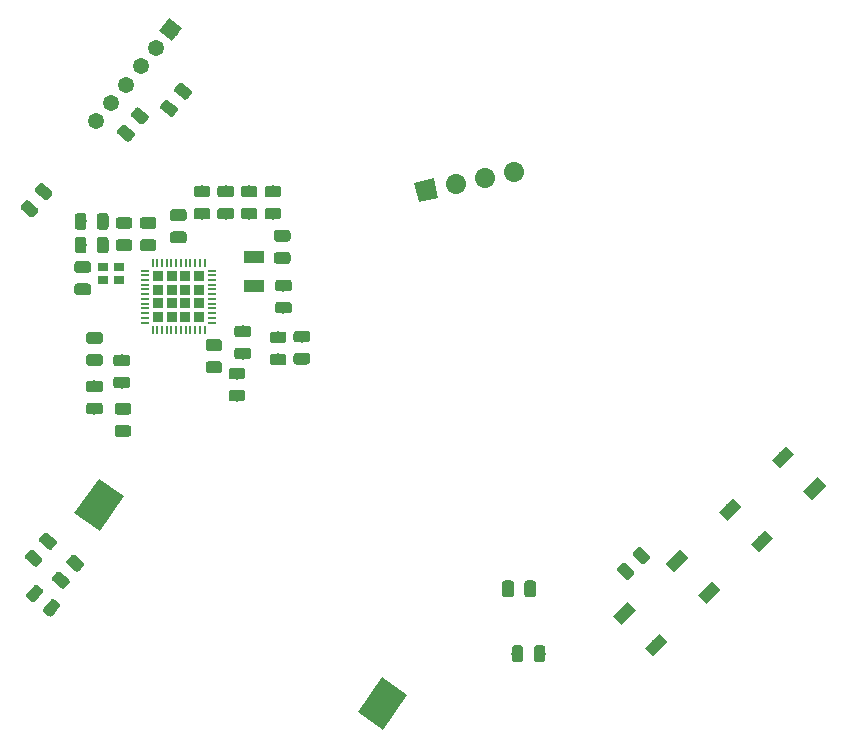
<source format=gbr>
%TF.GenerationSoftware,KiCad,Pcbnew,5.0.2-bee76a0~70~ubuntu18.04.1*%
%TF.CreationDate,2019-02-12T23:17:40+02:00*%
%TF.ProjectId,BLE-NFC-Badge,424c452d-4e46-4432-9d42-616467652e6b,rev?*%
%TF.SameCoordinates,Original*%
%TF.FileFunction,Paste,Bot*%
%TF.FilePolarity,Positive*%
%FSLAX46Y46*%
G04 Gerber Fmt 4.6, Leading zero omitted, Abs format (unit mm)*
G04 Created by KiCad (PCBNEW 5.0.2-bee76a0~70~ubuntu18.04.1) date Tue 12 Feb 2019 11:17:40 PM EET*
%MOMM*%
%LPD*%
G01*
G04 APERTURE LIST*
%ADD10C,1.700000*%
%ADD11C,1.700000*%
%ADD12C,0.100000*%
%ADD13C,2.600000*%
%ADD14C,0.975000*%
%ADD15R,0.250000X0.680000*%
%ADD16R,0.680000X0.250000*%
%ADD17R,0.900000X0.900000*%
%ADD18R,0.900000X0.800000*%
%ADD19R,1.800000X1.000000*%
%ADD20C,1.000000*%
%ADD21C,1.350000*%
%ADD22C,1.350000*%
G04 APERTURE END LIST*
D10*
X179243485Y-99775713D03*
D11*
X179243485Y-99775713D02*
X179243485Y-99775713D01*
D10*
X176758990Y-100303809D03*
D11*
X176758990Y-100303809D02*
X176758990Y-100303809D01*
D10*
X174274495Y-100831904D03*
D11*
X174274495Y-100831904D02*
X174274495Y-100831904D01*
D10*
X171790000Y-101360000D03*
D12*
G36*
X170781850Y-100705299D02*
X172444701Y-100351850D01*
X172798150Y-102014701D01*
X171135299Y-102368150D01*
X170781850Y-100705299D01*
X170781850Y-100705299D01*
G37*
D13*
X144099423Y-127997105D03*
D12*
G36*
X142002088Y-128725929D02*
X144066963Y-125776982D01*
X146196758Y-127268281D01*
X144131883Y-130217228D01*
X142002088Y-128725929D01*
X142002088Y-128725929D01*
G37*
D13*
X168100577Y-144802895D03*
D12*
G36*
X166003242Y-145531719D02*
X168068117Y-142582772D01*
X170197912Y-144074071D01*
X168133037Y-147023018D01*
X166003242Y-145531719D01*
X166003242Y-145531719D01*
G37*
G36*
X139211116Y-100752142D02*
X139234800Y-100755496D01*
X139258041Y-100761157D01*
X139280615Y-100769068D01*
X139302306Y-100779153D01*
X139322903Y-100791316D01*
X139342209Y-100805440D01*
X140051355Y-101379695D01*
X140069184Y-101395642D01*
X140085363Y-101413261D01*
X140099738Y-101432380D01*
X140112170Y-101452817D01*
X140122538Y-101474373D01*
X140130744Y-101496842D01*
X140136708Y-101520007D01*
X140140373Y-101543645D01*
X140141703Y-101567529D01*
X140140685Y-101591427D01*
X140137331Y-101615112D01*
X140131670Y-101638353D01*
X140123759Y-101660927D01*
X140113674Y-101682618D01*
X140101511Y-101703215D01*
X140087387Y-101722521D01*
X139780593Y-102101380D01*
X139764646Y-102119209D01*
X139747027Y-102135388D01*
X139727908Y-102149763D01*
X139707471Y-102162195D01*
X139685915Y-102172563D01*
X139663446Y-102180769D01*
X139640281Y-102186733D01*
X139616643Y-102190398D01*
X139592759Y-102191728D01*
X139568860Y-102190710D01*
X139545176Y-102187356D01*
X139521935Y-102181695D01*
X139499361Y-102173784D01*
X139477670Y-102163699D01*
X139457073Y-102151536D01*
X139437767Y-102137412D01*
X138728621Y-101563157D01*
X138710792Y-101547210D01*
X138694613Y-101529591D01*
X138680238Y-101510472D01*
X138667806Y-101490035D01*
X138657438Y-101468479D01*
X138649232Y-101446010D01*
X138643268Y-101422845D01*
X138639603Y-101399207D01*
X138638273Y-101375323D01*
X138639291Y-101351425D01*
X138642645Y-101327740D01*
X138648306Y-101304499D01*
X138656217Y-101281925D01*
X138666302Y-101260234D01*
X138678465Y-101239637D01*
X138692589Y-101220331D01*
X138999383Y-100841472D01*
X139015330Y-100823643D01*
X139032949Y-100807464D01*
X139052068Y-100793089D01*
X139072505Y-100780657D01*
X139094061Y-100770289D01*
X139116530Y-100762083D01*
X139139695Y-100756119D01*
X139163333Y-100752454D01*
X139187217Y-100751124D01*
X139211116Y-100752142D01*
X139211116Y-100752142D01*
G37*
D14*
X139389988Y-101471426D03*
D12*
G36*
X138031140Y-102209290D02*
X138054824Y-102212644D01*
X138078065Y-102218305D01*
X138100639Y-102226216D01*
X138122330Y-102236301D01*
X138142927Y-102248464D01*
X138162233Y-102262588D01*
X138871379Y-102836843D01*
X138889208Y-102852790D01*
X138905387Y-102870409D01*
X138919762Y-102889528D01*
X138932194Y-102909965D01*
X138942562Y-102931521D01*
X138950768Y-102953990D01*
X138956732Y-102977155D01*
X138960397Y-103000793D01*
X138961727Y-103024677D01*
X138960709Y-103048575D01*
X138957355Y-103072260D01*
X138951694Y-103095501D01*
X138943783Y-103118075D01*
X138933698Y-103139766D01*
X138921535Y-103160363D01*
X138907411Y-103179669D01*
X138600617Y-103558528D01*
X138584670Y-103576357D01*
X138567051Y-103592536D01*
X138547932Y-103606911D01*
X138527495Y-103619343D01*
X138505939Y-103629711D01*
X138483470Y-103637917D01*
X138460305Y-103643881D01*
X138436667Y-103647546D01*
X138412783Y-103648876D01*
X138388884Y-103647858D01*
X138365200Y-103644504D01*
X138341959Y-103638843D01*
X138319385Y-103630932D01*
X138297694Y-103620847D01*
X138277097Y-103608684D01*
X138257791Y-103594560D01*
X137548645Y-103020305D01*
X137530816Y-103004358D01*
X137514637Y-102986739D01*
X137500262Y-102967620D01*
X137487830Y-102947183D01*
X137477462Y-102925627D01*
X137469256Y-102903158D01*
X137463292Y-102879993D01*
X137459627Y-102856355D01*
X137458297Y-102832471D01*
X137459315Y-102808573D01*
X137462669Y-102784888D01*
X137468330Y-102761647D01*
X137476241Y-102739073D01*
X137486326Y-102717382D01*
X137498489Y-102696785D01*
X137512613Y-102677479D01*
X137819407Y-102298620D01*
X137835354Y-102280791D01*
X137852973Y-102264612D01*
X137872092Y-102250237D01*
X137892529Y-102237805D01*
X137914085Y-102227437D01*
X137936554Y-102219231D01*
X137959719Y-102213267D01*
X137983357Y-102209602D01*
X138007241Y-102208272D01*
X138031140Y-102209290D01*
X138031140Y-102209290D01*
G37*
D14*
X138210012Y-102928574D03*
D12*
G36*
X151011116Y-92252142D02*
X151034800Y-92255496D01*
X151058041Y-92261157D01*
X151080615Y-92269068D01*
X151102306Y-92279153D01*
X151122903Y-92291316D01*
X151142209Y-92305440D01*
X151851355Y-92879695D01*
X151869184Y-92895642D01*
X151885363Y-92913261D01*
X151899738Y-92932380D01*
X151912170Y-92952817D01*
X151922538Y-92974373D01*
X151930744Y-92996842D01*
X151936708Y-93020007D01*
X151940373Y-93043645D01*
X151941703Y-93067529D01*
X151940685Y-93091427D01*
X151937331Y-93115112D01*
X151931670Y-93138353D01*
X151923759Y-93160927D01*
X151913674Y-93182618D01*
X151901511Y-93203215D01*
X151887387Y-93222521D01*
X151580593Y-93601380D01*
X151564646Y-93619209D01*
X151547027Y-93635388D01*
X151527908Y-93649763D01*
X151507471Y-93662195D01*
X151485915Y-93672563D01*
X151463446Y-93680769D01*
X151440281Y-93686733D01*
X151416643Y-93690398D01*
X151392759Y-93691728D01*
X151368860Y-93690710D01*
X151345176Y-93687356D01*
X151321935Y-93681695D01*
X151299361Y-93673784D01*
X151277670Y-93663699D01*
X151257073Y-93651536D01*
X151237767Y-93637412D01*
X150528621Y-93063157D01*
X150510792Y-93047210D01*
X150494613Y-93029591D01*
X150480238Y-93010472D01*
X150467806Y-92990035D01*
X150457438Y-92968479D01*
X150449232Y-92946010D01*
X150443268Y-92922845D01*
X150439603Y-92899207D01*
X150438273Y-92875323D01*
X150439291Y-92851425D01*
X150442645Y-92827740D01*
X150448306Y-92804499D01*
X150456217Y-92781925D01*
X150466302Y-92760234D01*
X150478465Y-92739637D01*
X150492589Y-92720331D01*
X150799383Y-92341472D01*
X150815330Y-92323643D01*
X150832949Y-92307464D01*
X150852068Y-92293089D01*
X150872505Y-92280657D01*
X150894061Y-92270289D01*
X150916530Y-92262083D01*
X150939695Y-92256119D01*
X150963333Y-92252454D01*
X150987217Y-92251124D01*
X151011116Y-92252142D01*
X151011116Y-92252142D01*
G37*
D14*
X151189988Y-92971426D03*
D12*
G36*
X149831140Y-93709290D02*
X149854824Y-93712644D01*
X149878065Y-93718305D01*
X149900639Y-93726216D01*
X149922330Y-93736301D01*
X149942927Y-93748464D01*
X149962233Y-93762588D01*
X150671379Y-94336843D01*
X150689208Y-94352790D01*
X150705387Y-94370409D01*
X150719762Y-94389528D01*
X150732194Y-94409965D01*
X150742562Y-94431521D01*
X150750768Y-94453990D01*
X150756732Y-94477155D01*
X150760397Y-94500793D01*
X150761727Y-94524677D01*
X150760709Y-94548575D01*
X150757355Y-94572260D01*
X150751694Y-94595501D01*
X150743783Y-94618075D01*
X150733698Y-94639766D01*
X150721535Y-94660363D01*
X150707411Y-94679669D01*
X150400617Y-95058528D01*
X150384670Y-95076357D01*
X150367051Y-95092536D01*
X150347932Y-95106911D01*
X150327495Y-95119343D01*
X150305939Y-95129711D01*
X150283470Y-95137917D01*
X150260305Y-95143881D01*
X150236667Y-95147546D01*
X150212783Y-95148876D01*
X150188884Y-95147858D01*
X150165200Y-95144504D01*
X150141959Y-95138843D01*
X150119385Y-95130932D01*
X150097694Y-95120847D01*
X150077097Y-95108684D01*
X150057791Y-95094560D01*
X149348645Y-94520305D01*
X149330816Y-94504358D01*
X149314637Y-94486739D01*
X149300262Y-94467620D01*
X149287830Y-94447183D01*
X149277462Y-94425627D01*
X149269256Y-94403158D01*
X149263292Y-94379993D01*
X149259627Y-94356355D01*
X149258297Y-94332471D01*
X149259315Y-94308573D01*
X149262669Y-94284888D01*
X149268330Y-94261647D01*
X149276241Y-94239073D01*
X149286326Y-94217382D01*
X149298489Y-94196785D01*
X149312613Y-94177479D01*
X149619407Y-93798620D01*
X149635354Y-93780791D01*
X149652973Y-93764612D01*
X149672092Y-93750237D01*
X149692529Y-93737805D01*
X149714085Y-93727437D01*
X149736554Y-93719231D01*
X149759719Y-93713267D01*
X149783357Y-93709602D01*
X149807241Y-93708272D01*
X149831140Y-93709290D01*
X149831140Y-93709290D01*
G37*
D14*
X150010012Y-94428574D03*
D12*
G36*
X143180142Y-107376174D02*
X143203803Y-107379684D01*
X143227007Y-107385496D01*
X143249529Y-107393554D01*
X143271153Y-107403782D01*
X143291670Y-107416079D01*
X143310883Y-107430329D01*
X143328607Y-107446393D01*
X143344671Y-107464117D01*
X143358921Y-107483330D01*
X143371218Y-107503847D01*
X143381446Y-107525471D01*
X143389504Y-107547993D01*
X143395316Y-107571197D01*
X143398826Y-107594858D01*
X143400000Y-107618750D01*
X143400000Y-108106250D01*
X143398826Y-108130142D01*
X143395316Y-108153803D01*
X143389504Y-108177007D01*
X143381446Y-108199529D01*
X143371218Y-108221153D01*
X143358921Y-108241670D01*
X143344671Y-108260883D01*
X143328607Y-108278607D01*
X143310883Y-108294671D01*
X143291670Y-108308921D01*
X143271153Y-108321218D01*
X143249529Y-108331446D01*
X143227007Y-108339504D01*
X143203803Y-108345316D01*
X143180142Y-108348826D01*
X143156250Y-108350000D01*
X142243750Y-108350000D01*
X142219858Y-108348826D01*
X142196197Y-108345316D01*
X142172993Y-108339504D01*
X142150471Y-108331446D01*
X142128847Y-108321218D01*
X142108330Y-108308921D01*
X142089117Y-108294671D01*
X142071393Y-108278607D01*
X142055329Y-108260883D01*
X142041079Y-108241670D01*
X142028782Y-108221153D01*
X142018554Y-108199529D01*
X142010496Y-108177007D01*
X142004684Y-108153803D01*
X142001174Y-108130142D01*
X142000000Y-108106250D01*
X142000000Y-107618750D01*
X142001174Y-107594858D01*
X142004684Y-107571197D01*
X142010496Y-107547993D01*
X142018554Y-107525471D01*
X142028782Y-107503847D01*
X142041079Y-107483330D01*
X142055329Y-107464117D01*
X142071393Y-107446393D01*
X142089117Y-107430329D01*
X142108330Y-107416079D01*
X142128847Y-107403782D01*
X142150471Y-107393554D01*
X142172993Y-107385496D01*
X142196197Y-107379684D01*
X142219858Y-107376174D01*
X142243750Y-107375000D01*
X143156250Y-107375000D01*
X143180142Y-107376174D01*
X143180142Y-107376174D01*
G37*
D14*
X142700000Y-107862500D03*
D12*
G36*
X143180142Y-109251174D02*
X143203803Y-109254684D01*
X143227007Y-109260496D01*
X143249529Y-109268554D01*
X143271153Y-109278782D01*
X143291670Y-109291079D01*
X143310883Y-109305329D01*
X143328607Y-109321393D01*
X143344671Y-109339117D01*
X143358921Y-109358330D01*
X143371218Y-109378847D01*
X143381446Y-109400471D01*
X143389504Y-109422993D01*
X143395316Y-109446197D01*
X143398826Y-109469858D01*
X143400000Y-109493750D01*
X143400000Y-109981250D01*
X143398826Y-110005142D01*
X143395316Y-110028803D01*
X143389504Y-110052007D01*
X143381446Y-110074529D01*
X143371218Y-110096153D01*
X143358921Y-110116670D01*
X143344671Y-110135883D01*
X143328607Y-110153607D01*
X143310883Y-110169671D01*
X143291670Y-110183921D01*
X143271153Y-110196218D01*
X143249529Y-110206446D01*
X143227007Y-110214504D01*
X143203803Y-110220316D01*
X143180142Y-110223826D01*
X143156250Y-110225000D01*
X142243750Y-110225000D01*
X142219858Y-110223826D01*
X142196197Y-110220316D01*
X142172993Y-110214504D01*
X142150471Y-110206446D01*
X142128847Y-110196218D01*
X142108330Y-110183921D01*
X142089117Y-110169671D01*
X142071393Y-110153607D01*
X142055329Y-110135883D01*
X142041079Y-110116670D01*
X142028782Y-110096153D01*
X142018554Y-110074529D01*
X142010496Y-110052007D01*
X142004684Y-110028803D01*
X142001174Y-110005142D01*
X142000000Y-109981250D01*
X142000000Y-109493750D01*
X142001174Y-109469858D01*
X142004684Y-109446197D01*
X142010496Y-109422993D01*
X142018554Y-109400471D01*
X142028782Y-109378847D01*
X142041079Y-109358330D01*
X142055329Y-109339117D01*
X142071393Y-109321393D01*
X142089117Y-109305329D01*
X142108330Y-109291079D01*
X142128847Y-109278782D01*
X142150471Y-109268554D01*
X142172993Y-109260496D01*
X142196197Y-109254684D01*
X142219858Y-109251174D01*
X142243750Y-109250000D01*
X143156250Y-109250000D01*
X143180142Y-109251174D01*
X143180142Y-109251174D01*
G37*
D14*
X142700000Y-109737500D03*
D12*
G36*
X146680142Y-105513674D02*
X146703803Y-105517184D01*
X146727007Y-105522996D01*
X146749529Y-105531054D01*
X146771153Y-105541282D01*
X146791670Y-105553579D01*
X146810883Y-105567829D01*
X146828607Y-105583893D01*
X146844671Y-105601617D01*
X146858921Y-105620830D01*
X146871218Y-105641347D01*
X146881446Y-105662971D01*
X146889504Y-105685493D01*
X146895316Y-105708697D01*
X146898826Y-105732358D01*
X146900000Y-105756250D01*
X146900000Y-106243750D01*
X146898826Y-106267642D01*
X146895316Y-106291303D01*
X146889504Y-106314507D01*
X146881446Y-106337029D01*
X146871218Y-106358653D01*
X146858921Y-106379170D01*
X146844671Y-106398383D01*
X146828607Y-106416107D01*
X146810883Y-106432171D01*
X146791670Y-106446421D01*
X146771153Y-106458718D01*
X146749529Y-106468946D01*
X146727007Y-106477004D01*
X146703803Y-106482816D01*
X146680142Y-106486326D01*
X146656250Y-106487500D01*
X145743750Y-106487500D01*
X145719858Y-106486326D01*
X145696197Y-106482816D01*
X145672993Y-106477004D01*
X145650471Y-106468946D01*
X145628847Y-106458718D01*
X145608330Y-106446421D01*
X145589117Y-106432171D01*
X145571393Y-106416107D01*
X145555329Y-106398383D01*
X145541079Y-106379170D01*
X145528782Y-106358653D01*
X145518554Y-106337029D01*
X145510496Y-106314507D01*
X145504684Y-106291303D01*
X145501174Y-106267642D01*
X145500000Y-106243750D01*
X145500000Y-105756250D01*
X145501174Y-105732358D01*
X145504684Y-105708697D01*
X145510496Y-105685493D01*
X145518554Y-105662971D01*
X145528782Y-105641347D01*
X145541079Y-105620830D01*
X145555329Y-105601617D01*
X145571393Y-105583893D01*
X145589117Y-105567829D01*
X145608330Y-105553579D01*
X145628847Y-105541282D01*
X145650471Y-105531054D01*
X145672993Y-105522996D01*
X145696197Y-105517184D01*
X145719858Y-105513674D01*
X145743750Y-105512500D01*
X146656250Y-105512500D01*
X146680142Y-105513674D01*
X146680142Y-105513674D01*
G37*
D14*
X146200000Y-106000000D03*
D12*
G36*
X146680142Y-103638674D02*
X146703803Y-103642184D01*
X146727007Y-103647996D01*
X146749529Y-103656054D01*
X146771153Y-103666282D01*
X146791670Y-103678579D01*
X146810883Y-103692829D01*
X146828607Y-103708893D01*
X146844671Y-103726617D01*
X146858921Y-103745830D01*
X146871218Y-103766347D01*
X146881446Y-103787971D01*
X146889504Y-103810493D01*
X146895316Y-103833697D01*
X146898826Y-103857358D01*
X146900000Y-103881250D01*
X146900000Y-104368750D01*
X146898826Y-104392642D01*
X146895316Y-104416303D01*
X146889504Y-104439507D01*
X146881446Y-104462029D01*
X146871218Y-104483653D01*
X146858921Y-104504170D01*
X146844671Y-104523383D01*
X146828607Y-104541107D01*
X146810883Y-104557171D01*
X146791670Y-104571421D01*
X146771153Y-104583718D01*
X146749529Y-104593946D01*
X146727007Y-104602004D01*
X146703803Y-104607816D01*
X146680142Y-104611326D01*
X146656250Y-104612500D01*
X145743750Y-104612500D01*
X145719858Y-104611326D01*
X145696197Y-104607816D01*
X145672993Y-104602004D01*
X145650471Y-104593946D01*
X145628847Y-104583718D01*
X145608330Y-104571421D01*
X145589117Y-104557171D01*
X145571393Y-104541107D01*
X145555329Y-104523383D01*
X145541079Y-104504170D01*
X145528782Y-104483653D01*
X145518554Y-104462029D01*
X145510496Y-104439507D01*
X145504684Y-104416303D01*
X145501174Y-104392642D01*
X145500000Y-104368750D01*
X145500000Y-103881250D01*
X145501174Y-103857358D01*
X145504684Y-103833697D01*
X145510496Y-103810493D01*
X145518554Y-103787971D01*
X145528782Y-103766347D01*
X145541079Y-103745830D01*
X145555329Y-103726617D01*
X145571393Y-103708893D01*
X145589117Y-103692829D01*
X145608330Y-103678579D01*
X145628847Y-103666282D01*
X145650471Y-103656054D01*
X145672993Y-103647996D01*
X145696197Y-103642184D01*
X145719858Y-103638674D01*
X145743750Y-103637500D01*
X146656250Y-103637500D01*
X146680142Y-103638674D01*
X146680142Y-103638674D01*
G37*
D14*
X146200000Y-104125000D03*
D12*
G36*
X146480142Y-115276174D02*
X146503803Y-115279684D01*
X146527007Y-115285496D01*
X146549529Y-115293554D01*
X146571153Y-115303782D01*
X146591670Y-115316079D01*
X146610883Y-115330329D01*
X146628607Y-115346393D01*
X146644671Y-115364117D01*
X146658921Y-115383330D01*
X146671218Y-115403847D01*
X146681446Y-115425471D01*
X146689504Y-115447993D01*
X146695316Y-115471197D01*
X146698826Y-115494858D01*
X146700000Y-115518750D01*
X146700000Y-116006250D01*
X146698826Y-116030142D01*
X146695316Y-116053803D01*
X146689504Y-116077007D01*
X146681446Y-116099529D01*
X146671218Y-116121153D01*
X146658921Y-116141670D01*
X146644671Y-116160883D01*
X146628607Y-116178607D01*
X146610883Y-116194671D01*
X146591670Y-116208921D01*
X146571153Y-116221218D01*
X146549529Y-116231446D01*
X146527007Y-116239504D01*
X146503803Y-116245316D01*
X146480142Y-116248826D01*
X146456250Y-116250000D01*
X145543750Y-116250000D01*
X145519858Y-116248826D01*
X145496197Y-116245316D01*
X145472993Y-116239504D01*
X145450471Y-116231446D01*
X145428847Y-116221218D01*
X145408330Y-116208921D01*
X145389117Y-116194671D01*
X145371393Y-116178607D01*
X145355329Y-116160883D01*
X145341079Y-116141670D01*
X145328782Y-116121153D01*
X145318554Y-116099529D01*
X145310496Y-116077007D01*
X145304684Y-116053803D01*
X145301174Y-116030142D01*
X145300000Y-116006250D01*
X145300000Y-115518750D01*
X145301174Y-115494858D01*
X145304684Y-115471197D01*
X145310496Y-115447993D01*
X145318554Y-115425471D01*
X145328782Y-115403847D01*
X145341079Y-115383330D01*
X145355329Y-115364117D01*
X145371393Y-115346393D01*
X145389117Y-115330329D01*
X145408330Y-115316079D01*
X145428847Y-115303782D01*
X145450471Y-115293554D01*
X145472993Y-115285496D01*
X145496197Y-115279684D01*
X145519858Y-115276174D01*
X145543750Y-115275000D01*
X146456250Y-115275000D01*
X146480142Y-115276174D01*
X146480142Y-115276174D01*
G37*
D14*
X146000000Y-115762500D03*
D12*
G36*
X146480142Y-117151174D02*
X146503803Y-117154684D01*
X146527007Y-117160496D01*
X146549529Y-117168554D01*
X146571153Y-117178782D01*
X146591670Y-117191079D01*
X146610883Y-117205329D01*
X146628607Y-117221393D01*
X146644671Y-117239117D01*
X146658921Y-117258330D01*
X146671218Y-117278847D01*
X146681446Y-117300471D01*
X146689504Y-117322993D01*
X146695316Y-117346197D01*
X146698826Y-117369858D01*
X146700000Y-117393750D01*
X146700000Y-117881250D01*
X146698826Y-117905142D01*
X146695316Y-117928803D01*
X146689504Y-117952007D01*
X146681446Y-117974529D01*
X146671218Y-117996153D01*
X146658921Y-118016670D01*
X146644671Y-118035883D01*
X146628607Y-118053607D01*
X146610883Y-118069671D01*
X146591670Y-118083921D01*
X146571153Y-118096218D01*
X146549529Y-118106446D01*
X146527007Y-118114504D01*
X146503803Y-118120316D01*
X146480142Y-118123826D01*
X146456250Y-118125000D01*
X145543750Y-118125000D01*
X145519858Y-118123826D01*
X145496197Y-118120316D01*
X145472993Y-118114504D01*
X145450471Y-118106446D01*
X145428847Y-118096218D01*
X145408330Y-118083921D01*
X145389117Y-118069671D01*
X145371393Y-118053607D01*
X145355329Y-118035883D01*
X145341079Y-118016670D01*
X145328782Y-117996153D01*
X145318554Y-117974529D01*
X145310496Y-117952007D01*
X145304684Y-117928803D01*
X145301174Y-117905142D01*
X145300000Y-117881250D01*
X145300000Y-117393750D01*
X145301174Y-117369858D01*
X145304684Y-117346197D01*
X145310496Y-117322993D01*
X145318554Y-117300471D01*
X145328782Y-117278847D01*
X145341079Y-117258330D01*
X145355329Y-117239117D01*
X145371393Y-117221393D01*
X145389117Y-117205329D01*
X145408330Y-117191079D01*
X145428847Y-117178782D01*
X145450471Y-117168554D01*
X145472993Y-117160496D01*
X145496197Y-117154684D01*
X145519858Y-117151174D01*
X145543750Y-117150000D01*
X146456250Y-117150000D01*
X146480142Y-117151174D01*
X146480142Y-117151174D01*
G37*
D14*
X146000000Y-117637500D03*
D12*
G36*
X142792642Y-105301174D02*
X142816303Y-105304684D01*
X142839507Y-105310496D01*
X142862029Y-105318554D01*
X142883653Y-105328782D01*
X142904170Y-105341079D01*
X142923383Y-105355329D01*
X142941107Y-105371393D01*
X142957171Y-105389117D01*
X142971421Y-105408330D01*
X142983718Y-105428847D01*
X142993946Y-105450471D01*
X143002004Y-105472993D01*
X143007816Y-105496197D01*
X143011326Y-105519858D01*
X143012500Y-105543750D01*
X143012500Y-106456250D01*
X143011326Y-106480142D01*
X143007816Y-106503803D01*
X143002004Y-106527007D01*
X142993946Y-106549529D01*
X142983718Y-106571153D01*
X142971421Y-106591670D01*
X142957171Y-106610883D01*
X142941107Y-106628607D01*
X142923383Y-106644671D01*
X142904170Y-106658921D01*
X142883653Y-106671218D01*
X142862029Y-106681446D01*
X142839507Y-106689504D01*
X142816303Y-106695316D01*
X142792642Y-106698826D01*
X142768750Y-106700000D01*
X142281250Y-106700000D01*
X142257358Y-106698826D01*
X142233697Y-106695316D01*
X142210493Y-106689504D01*
X142187971Y-106681446D01*
X142166347Y-106671218D01*
X142145830Y-106658921D01*
X142126617Y-106644671D01*
X142108893Y-106628607D01*
X142092829Y-106610883D01*
X142078579Y-106591670D01*
X142066282Y-106571153D01*
X142056054Y-106549529D01*
X142047996Y-106527007D01*
X142042184Y-106503803D01*
X142038674Y-106480142D01*
X142037500Y-106456250D01*
X142037500Y-105543750D01*
X142038674Y-105519858D01*
X142042184Y-105496197D01*
X142047996Y-105472993D01*
X142056054Y-105450471D01*
X142066282Y-105428847D01*
X142078579Y-105408330D01*
X142092829Y-105389117D01*
X142108893Y-105371393D01*
X142126617Y-105355329D01*
X142145830Y-105341079D01*
X142166347Y-105328782D01*
X142187971Y-105318554D01*
X142210493Y-105310496D01*
X142233697Y-105304684D01*
X142257358Y-105301174D01*
X142281250Y-105300000D01*
X142768750Y-105300000D01*
X142792642Y-105301174D01*
X142792642Y-105301174D01*
G37*
D14*
X142525000Y-106000000D03*
D12*
G36*
X144667642Y-105301174D02*
X144691303Y-105304684D01*
X144714507Y-105310496D01*
X144737029Y-105318554D01*
X144758653Y-105328782D01*
X144779170Y-105341079D01*
X144798383Y-105355329D01*
X144816107Y-105371393D01*
X144832171Y-105389117D01*
X144846421Y-105408330D01*
X144858718Y-105428847D01*
X144868946Y-105450471D01*
X144877004Y-105472993D01*
X144882816Y-105496197D01*
X144886326Y-105519858D01*
X144887500Y-105543750D01*
X144887500Y-106456250D01*
X144886326Y-106480142D01*
X144882816Y-106503803D01*
X144877004Y-106527007D01*
X144868946Y-106549529D01*
X144858718Y-106571153D01*
X144846421Y-106591670D01*
X144832171Y-106610883D01*
X144816107Y-106628607D01*
X144798383Y-106644671D01*
X144779170Y-106658921D01*
X144758653Y-106671218D01*
X144737029Y-106681446D01*
X144714507Y-106689504D01*
X144691303Y-106695316D01*
X144667642Y-106698826D01*
X144643750Y-106700000D01*
X144156250Y-106700000D01*
X144132358Y-106698826D01*
X144108697Y-106695316D01*
X144085493Y-106689504D01*
X144062971Y-106681446D01*
X144041347Y-106671218D01*
X144020830Y-106658921D01*
X144001617Y-106644671D01*
X143983893Y-106628607D01*
X143967829Y-106610883D01*
X143953579Y-106591670D01*
X143941282Y-106571153D01*
X143931054Y-106549529D01*
X143922996Y-106527007D01*
X143917184Y-106503803D01*
X143913674Y-106480142D01*
X143912500Y-106456250D01*
X143912500Y-105543750D01*
X143913674Y-105519858D01*
X143917184Y-105496197D01*
X143922996Y-105472993D01*
X143931054Y-105450471D01*
X143941282Y-105428847D01*
X143953579Y-105408330D01*
X143967829Y-105389117D01*
X143983893Y-105371393D01*
X144001617Y-105355329D01*
X144020830Y-105341079D01*
X144041347Y-105328782D01*
X144062971Y-105318554D01*
X144085493Y-105310496D01*
X144108697Y-105304684D01*
X144132358Y-105301174D01*
X144156250Y-105300000D01*
X144643750Y-105300000D01*
X144667642Y-105301174D01*
X144667642Y-105301174D01*
G37*
D14*
X144400000Y-106000000D03*
D12*
G36*
X144667642Y-103301174D02*
X144691303Y-103304684D01*
X144714507Y-103310496D01*
X144737029Y-103318554D01*
X144758653Y-103328782D01*
X144779170Y-103341079D01*
X144798383Y-103355329D01*
X144816107Y-103371393D01*
X144832171Y-103389117D01*
X144846421Y-103408330D01*
X144858718Y-103428847D01*
X144868946Y-103450471D01*
X144877004Y-103472993D01*
X144882816Y-103496197D01*
X144886326Y-103519858D01*
X144887500Y-103543750D01*
X144887500Y-104456250D01*
X144886326Y-104480142D01*
X144882816Y-104503803D01*
X144877004Y-104527007D01*
X144868946Y-104549529D01*
X144858718Y-104571153D01*
X144846421Y-104591670D01*
X144832171Y-104610883D01*
X144816107Y-104628607D01*
X144798383Y-104644671D01*
X144779170Y-104658921D01*
X144758653Y-104671218D01*
X144737029Y-104681446D01*
X144714507Y-104689504D01*
X144691303Y-104695316D01*
X144667642Y-104698826D01*
X144643750Y-104700000D01*
X144156250Y-104700000D01*
X144132358Y-104698826D01*
X144108697Y-104695316D01*
X144085493Y-104689504D01*
X144062971Y-104681446D01*
X144041347Y-104671218D01*
X144020830Y-104658921D01*
X144001617Y-104644671D01*
X143983893Y-104628607D01*
X143967829Y-104610883D01*
X143953579Y-104591670D01*
X143941282Y-104571153D01*
X143931054Y-104549529D01*
X143922996Y-104527007D01*
X143917184Y-104503803D01*
X143913674Y-104480142D01*
X143912500Y-104456250D01*
X143912500Y-103543750D01*
X143913674Y-103519858D01*
X143917184Y-103496197D01*
X143922996Y-103472993D01*
X143931054Y-103450471D01*
X143941282Y-103428847D01*
X143953579Y-103408330D01*
X143967829Y-103389117D01*
X143983893Y-103371393D01*
X144001617Y-103355329D01*
X144020830Y-103341079D01*
X144041347Y-103328782D01*
X144062971Y-103318554D01*
X144085493Y-103310496D01*
X144108697Y-103304684D01*
X144132358Y-103301174D01*
X144156250Y-103300000D01*
X144643750Y-103300000D01*
X144667642Y-103301174D01*
X144667642Y-103301174D01*
G37*
D14*
X144400000Y-104000000D03*
D12*
G36*
X142792642Y-103301174D02*
X142816303Y-103304684D01*
X142839507Y-103310496D01*
X142862029Y-103318554D01*
X142883653Y-103328782D01*
X142904170Y-103341079D01*
X142923383Y-103355329D01*
X142941107Y-103371393D01*
X142957171Y-103389117D01*
X142971421Y-103408330D01*
X142983718Y-103428847D01*
X142993946Y-103450471D01*
X143002004Y-103472993D01*
X143007816Y-103496197D01*
X143011326Y-103519858D01*
X143012500Y-103543750D01*
X143012500Y-104456250D01*
X143011326Y-104480142D01*
X143007816Y-104503803D01*
X143002004Y-104527007D01*
X142993946Y-104549529D01*
X142983718Y-104571153D01*
X142971421Y-104591670D01*
X142957171Y-104610883D01*
X142941107Y-104628607D01*
X142923383Y-104644671D01*
X142904170Y-104658921D01*
X142883653Y-104671218D01*
X142862029Y-104681446D01*
X142839507Y-104689504D01*
X142816303Y-104695316D01*
X142792642Y-104698826D01*
X142768750Y-104700000D01*
X142281250Y-104700000D01*
X142257358Y-104698826D01*
X142233697Y-104695316D01*
X142210493Y-104689504D01*
X142187971Y-104681446D01*
X142166347Y-104671218D01*
X142145830Y-104658921D01*
X142126617Y-104644671D01*
X142108893Y-104628607D01*
X142092829Y-104610883D01*
X142078579Y-104591670D01*
X142066282Y-104571153D01*
X142056054Y-104549529D01*
X142047996Y-104527007D01*
X142042184Y-104503803D01*
X142038674Y-104480142D01*
X142037500Y-104456250D01*
X142037500Y-103543750D01*
X142038674Y-103519858D01*
X142042184Y-103496197D01*
X142047996Y-103472993D01*
X142056054Y-103450471D01*
X142066282Y-103428847D01*
X142078579Y-103408330D01*
X142092829Y-103389117D01*
X142108893Y-103371393D01*
X142126617Y-103355329D01*
X142145830Y-103341079D01*
X142166347Y-103328782D01*
X142187971Y-103318554D01*
X142210493Y-103310496D01*
X142233697Y-103304684D01*
X142257358Y-103301174D01*
X142281250Y-103300000D01*
X142768750Y-103300000D01*
X142792642Y-103301174D01*
X142792642Y-103301174D01*
G37*
D14*
X142525000Y-104000000D03*
D12*
G36*
X159280142Y-102851174D02*
X159303803Y-102854684D01*
X159327007Y-102860496D01*
X159349529Y-102868554D01*
X159371153Y-102878782D01*
X159391670Y-102891079D01*
X159410883Y-102905329D01*
X159428607Y-102921393D01*
X159444671Y-102939117D01*
X159458921Y-102958330D01*
X159471218Y-102978847D01*
X159481446Y-103000471D01*
X159489504Y-103022993D01*
X159495316Y-103046197D01*
X159498826Y-103069858D01*
X159500000Y-103093750D01*
X159500000Y-103581250D01*
X159498826Y-103605142D01*
X159495316Y-103628803D01*
X159489504Y-103652007D01*
X159481446Y-103674529D01*
X159471218Y-103696153D01*
X159458921Y-103716670D01*
X159444671Y-103735883D01*
X159428607Y-103753607D01*
X159410883Y-103769671D01*
X159391670Y-103783921D01*
X159371153Y-103796218D01*
X159349529Y-103806446D01*
X159327007Y-103814504D01*
X159303803Y-103820316D01*
X159280142Y-103823826D01*
X159256250Y-103825000D01*
X158343750Y-103825000D01*
X158319858Y-103823826D01*
X158296197Y-103820316D01*
X158272993Y-103814504D01*
X158250471Y-103806446D01*
X158228847Y-103796218D01*
X158208330Y-103783921D01*
X158189117Y-103769671D01*
X158171393Y-103753607D01*
X158155329Y-103735883D01*
X158141079Y-103716670D01*
X158128782Y-103696153D01*
X158118554Y-103674529D01*
X158110496Y-103652007D01*
X158104684Y-103628803D01*
X158101174Y-103605142D01*
X158100000Y-103581250D01*
X158100000Y-103093750D01*
X158101174Y-103069858D01*
X158104684Y-103046197D01*
X158110496Y-103022993D01*
X158118554Y-103000471D01*
X158128782Y-102978847D01*
X158141079Y-102958330D01*
X158155329Y-102939117D01*
X158171393Y-102921393D01*
X158189117Y-102905329D01*
X158208330Y-102891079D01*
X158228847Y-102878782D01*
X158250471Y-102868554D01*
X158272993Y-102860496D01*
X158296197Y-102854684D01*
X158319858Y-102851174D01*
X158343750Y-102850000D01*
X159256250Y-102850000D01*
X159280142Y-102851174D01*
X159280142Y-102851174D01*
G37*
D14*
X158800000Y-103337500D03*
D12*
G36*
X159280142Y-100976174D02*
X159303803Y-100979684D01*
X159327007Y-100985496D01*
X159349529Y-100993554D01*
X159371153Y-101003782D01*
X159391670Y-101016079D01*
X159410883Y-101030329D01*
X159428607Y-101046393D01*
X159444671Y-101064117D01*
X159458921Y-101083330D01*
X159471218Y-101103847D01*
X159481446Y-101125471D01*
X159489504Y-101147993D01*
X159495316Y-101171197D01*
X159498826Y-101194858D01*
X159500000Y-101218750D01*
X159500000Y-101706250D01*
X159498826Y-101730142D01*
X159495316Y-101753803D01*
X159489504Y-101777007D01*
X159481446Y-101799529D01*
X159471218Y-101821153D01*
X159458921Y-101841670D01*
X159444671Y-101860883D01*
X159428607Y-101878607D01*
X159410883Y-101894671D01*
X159391670Y-101908921D01*
X159371153Y-101921218D01*
X159349529Y-101931446D01*
X159327007Y-101939504D01*
X159303803Y-101945316D01*
X159280142Y-101948826D01*
X159256250Y-101950000D01*
X158343750Y-101950000D01*
X158319858Y-101948826D01*
X158296197Y-101945316D01*
X158272993Y-101939504D01*
X158250471Y-101931446D01*
X158228847Y-101921218D01*
X158208330Y-101908921D01*
X158189117Y-101894671D01*
X158171393Y-101878607D01*
X158155329Y-101860883D01*
X158141079Y-101841670D01*
X158128782Y-101821153D01*
X158118554Y-101799529D01*
X158110496Y-101777007D01*
X158104684Y-101753803D01*
X158101174Y-101730142D01*
X158100000Y-101706250D01*
X158100000Y-101218750D01*
X158101174Y-101194858D01*
X158104684Y-101171197D01*
X158110496Y-101147993D01*
X158118554Y-101125471D01*
X158128782Y-101103847D01*
X158141079Y-101083330D01*
X158155329Y-101064117D01*
X158171393Y-101046393D01*
X158189117Y-101030329D01*
X158208330Y-101016079D01*
X158228847Y-101003782D01*
X158250471Y-100993554D01*
X158272993Y-100985496D01*
X158296197Y-100979684D01*
X158319858Y-100976174D01*
X158343750Y-100975000D01*
X159256250Y-100975000D01*
X159280142Y-100976174D01*
X159280142Y-100976174D01*
G37*
D14*
X158800000Y-101462500D03*
D12*
G36*
X151280142Y-104851174D02*
X151303803Y-104854684D01*
X151327007Y-104860496D01*
X151349529Y-104868554D01*
X151371153Y-104878782D01*
X151391670Y-104891079D01*
X151410883Y-104905329D01*
X151428607Y-104921393D01*
X151444671Y-104939117D01*
X151458921Y-104958330D01*
X151471218Y-104978847D01*
X151481446Y-105000471D01*
X151489504Y-105022993D01*
X151495316Y-105046197D01*
X151498826Y-105069858D01*
X151500000Y-105093750D01*
X151500000Y-105581250D01*
X151498826Y-105605142D01*
X151495316Y-105628803D01*
X151489504Y-105652007D01*
X151481446Y-105674529D01*
X151471218Y-105696153D01*
X151458921Y-105716670D01*
X151444671Y-105735883D01*
X151428607Y-105753607D01*
X151410883Y-105769671D01*
X151391670Y-105783921D01*
X151371153Y-105796218D01*
X151349529Y-105806446D01*
X151327007Y-105814504D01*
X151303803Y-105820316D01*
X151280142Y-105823826D01*
X151256250Y-105825000D01*
X150343750Y-105825000D01*
X150319858Y-105823826D01*
X150296197Y-105820316D01*
X150272993Y-105814504D01*
X150250471Y-105806446D01*
X150228847Y-105796218D01*
X150208330Y-105783921D01*
X150189117Y-105769671D01*
X150171393Y-105753607D01*
X150155329Y-105735883D01*
X150141079Y-105716670D01*
X150128782Y-105696153D01*
X150118554Y-105674529D01*
X150110496Y-105652007D01*
X150104684Y-105628803D01*
X150101174Y-105605142D01*
X150100000Y-105581250D01*
X150100000Y-105093750D01*
X150101174Y-105069858D01*
X150104684Y-105046197D01*
X150110496Y-105022993D01*
X150118554Y-105000471D01*
X150128782Y-104978847D01*
X150141079Y-104958330D01*
X150155329Y-104939117D01*
X150171393Y-104921393D01*
X150189117Y-104905329D01*
X150208330Y-104891079D01*
X150228847Y-104878782D01*
X150250471Y-104868554D01*
X150272993Y-104860496D01*
X150296197Y-104854684D01*
X150319858Y-104851174D01*
X150343750Y-104850000D01*
X151256250Y-104850000D01*
X151280142Y-104851174D01*
X151280142Y-104851174D01*
G37*
D14*
X150800000Y-105337500D03*
D12*
G36*
X151280142Y-102976174D02*
X151303803Y-102979684D01*
X151327007Y-102985496D01*
X151349529Y-102993554D01*
X151371153Y-103003782D01*
X151391670Y-103016079D01*
X151410883Y-103030329D01*
X151428607Y-103046393D01*
X151444671Y-103064117D01*
X151458921Y-103083330D01*
X151471218Y-103103847D01*
X151481446Y-103125471D01*
X151489504Y-103147993D01*
X151495316Y-103171197D01*
X151498826Y-103194858D01*
X151500000Y-103218750D01*
X151500000Y-103706250D01*
X151498826Y-103730142D01*
X151495316Y-103753803D01*
X151489504Y-103777007D01*
X151481446Y-103799529D01*
X151471218Y-103821153D01*
X151458921Y-103841670D01*
X151444671Y-103860883D01*
X151428607Y-103878607D01*
X151410883Y-103894671D01*
X151391670Y-103908921D01*
X151371153Y-103921218D01*
X151349529Y-103931446D01*
X151327007Y-103939504D01*
X151303803Y-103945316D01*
X151280142Y-103948826D01*
X151256250Y-103950000D01*
X150343750Y-103950000D01*
X150319858Y-103948826D01*
X150296197Y-103945316D01*
X150272993Y-103939504D01*
X150250471Y-103931446D01*
X150228847Y-103921218D01*
X150208330Y-103908921D01*
X150189117Y-103894671D01*
X150171393Y-103878607D01*
X150155329Y-103860883D01*
X150141079Y-103841670D01*
X150128782Y-103821153D01*
X150118554Y-103799529D01*
X150110496Y-103777007D01*
X150104684Y-103753803D01*
X150101174Y-103730142D01*
X150100000Y-103706250D01*
X150100000Y-103218750D01*
X150101174Y-103194858D01*
X150104684Y-103171197D01*
X150110496Y-103147993D01*
X150118554Y-103125471D01*
X150128782Y-103103847D01*
X150141079Y-103083330D01*
X150155329Y-103064117D01*
X150171393Y-103046393D01*
X150189117Y-103030329D01*
X150208330Y-103016079D01*
X150228847Y-103003782D01*
X150250471Y-102993554D01*
X150272993Y-102985496D01*
X150296197Y-102979684D01*
X150319858Y-102976174D01*
X150343750Y-102975000D01*
X151256250Y-102975000D01*
X151280142Y-102976174D01*
X151280142Y-102976174D01*
G37*
D14*
X150800000Y-103462500D03*
D12*
G36*
X157280142Y-102851174D02*
X157303803Y-102854684D01*
X157327007Y-102860496D01*
X157349529Y-102868554D01*
X157371153Y-102878782D01*
X157391670Y-102891079D01*
X157410883Y-102905329D01*
X157428607Y-102921393D01*
X157444671Y-102939117D01*
X157458921Y-102958330D01*
X157471218Y-102978847D01*
X157481446Y-103000471D01*
X157489504Y-103022993D01*
X157495316Y-103046197D01*
X157498826Y-103069858D01*
X157500000Y-103093750D01*
X157500000Y-103581250D01*
X157498826Y-103605142D01*
X157495316Y-103628803D01*
X157489504Y-103652007D01*
X157481446Y-103674529D01*
X157471218Y-103696153D01*
X157458921Y-103716670D01*
X157444671Y-103735883D01*
X157428607Y-103753607D01*
X157410883Y-103769671D01*
X157391670Y-103783921D01*
X157371153Y-103796218D01*
X157349529Y-103806446D01*
X157327007Y-103814504D01*
X157303803Y-103820316D01*
X157280142Y-103823826D01*
X157256250Y-103825000D01*
X156343750Y-103825000D01*
X156319858Y-103823826D01*
X156296197Y-103820316D01*
X156272993Y-103814504D01*
X156250471Y-103806446D01*
X156228847Y-103796218D01*
X156208330Y-103783921D01*
X156189117Y-103769671D01*
X156171393Y-103753607D01*
X156155329Y-103735883D01*
X156141079Y-103716670D01*
X156128782Y-103696153D01*
X156118554Y-103674529D01*
X156110496Y-103652007D01*
X156104684Y-103628803D01*
X156101174Y-103605142D01*
X156100000Y-103581250D01*
X156100000Y-103093750D01*
X156101174Y-103069858D01*
X156104684Y-103046197D01*
X156110496Y-103022993D01*
X156118554Y-103000471D01*
X156128782Y-102978847D01*
X156141079Y-102958330D01*
X156155329Y-102939117D01*
X156171393Y-102921393D01*
X156189117Y-102905329D01*
X156208330Y-102891079D01*
X156228847Y-102878782D01*
X156250471Y-102868554D01*
X156272993Y-102860496D01*
X156296197Y-102854684D01*
X156319858Y-102851174D01*
X156343750Y-102850000D01*
X157256250Y-102850000D01*
X157280142Y-102851174D01*
X157280142Y-102851174D01*
G37*
D14*
X156800000Y-103337500D03*
D12*
G36*
X157280142Y-100976174D02*
X157303803Y-100979684D01*
X157327007Y-100985496D01*
X157349529Y-100993554D01*
X157371153Y-101003782D01*
X157391670Y-101016079D01*
X157410883Y-101030329D01*
X157428607Y-101046393D01*
X157444671Y-101064117D01*
X157458921Y-101083330D01*
X157471218Y-101103847D01*
X157481446Y-101125471D01*
X157489504Y-101147993D01*
X157495316Y-101171197D01*
X157498826Y-101194858D01*
X157500000Y-101218750D01*
X157500000Y-101706250D01*
X157498826Y-101730142D01*
X157495316Y-101753803D01*
X157489504Y-101777007D01*
X157481446Y-101799529D01*
X157471218Y-101821153D01*
X157458921Y-101841670D01*
X157444671Y-101860883D01*
X157428607Y-101878607D01*
X157410883Y-101894671D01*
X157391670Y-101908921D01*
X157371153Y-101921218D01*
X157349529Y-101931446D01*
X157327007Y-101939504D01*
X157303803Y-101945316D01*
X157280142Y-101948826D01*
X157256250Y-101950000D01*
X156343750Y-101950000D01*
X156319858Y-101948826D01*
X156296197Y-101945316D01*
X156272993Y-101939504D01*
X156250471Y-101931446D01*
X156228847Y-101921218D01*
X156208330Y-101908921D01*
X156189117Y-101894671D01*
X156171393Y-101878607D01*
X156155329Y-101860883D01*
X156141079Y-101841670D01*
X156128782Y-101821153D01*
X156118554Y-101799529D01*
X156110496Y-101777007D01*
X156104684Y-101753803D01*
X156101174Y-101730142D01*
X156100000Y-101706250D01*
X156100000Y-101218750D01*
X156101174Y-101194858D01*
X156104684Y-101171197D01*
X156110496Y-101147993D01*
X156118554Y-101125471D01*
X156128782Y-101103847D01*
X156141079Y-101083330D01*
X156155329Y-101064117D01*
X156171393Y-101046393D01*
X156189117Y-101030329D01*
X156208330Y-101016079D01*
X156228847Y-101003782D01*
X156250471Y-100993554D01*
X156272993Y-100985496D01*
X156296197Y-100979684D01*
X156319858Y-100976174D01*
X156343750Y-100975000D01*
X157256250Y-100975000D01*
X157280142Y-100976174D01*
X157280142Y-100976174D01*
G37*
D14*
X156800000Y-101462500D03*
D12*
G36*
X159730142Y-115201174D02*
X159753803Y-115204684D01*
X159777007Y-115210496D01*
X159799529Y-115218554D01*
X159821153Y-115228782D01*
X159841670Y-115241079D01*
X159860883Y-115255329D01*
X159878607Y-115271393D01*
X159894671Y-115289117D01*
X159908921Y-115308330D01*
X159921218Y-115328847D01*
X159931446Y-115350471D01*
X159939504Y-115372993D01*
X159945316Y-115396197D01*
X159948826Y-115419858D01*
X159950000Y-115443750D01*
X159950000Y-115931250D01*
X159948826Y-115955142D01*
X159945316Y-115978803D01*
X159939504Y-116002007D01*
X159931446Y-116024529D01*
X159921218Y-116046153D01*
X159908921Y-116066670D01*
X159894671Y-116085883D01*
X159878607Y-116103607D01*
X159860883Y-116119671D01*
X159841670Y-116133921D01*
X159821153Y-116146218D01*
X159799529Y-116156446D01*
X159777007Y-116164504D01*
X159753803Y-116170316D01*
X159730142Y-116173826D01*
X159706250Y-116175000D01*
X158793750Y-116175000D01*
X158769858Y-116173826D01*
X158746197Y-116170316D01*
X158722993Y-116164504D01*
X158700471Y-116156446D01*
X158678847Y-116146218D01*
X158658330Y-116133921D01*
X158639117Y-116119671D01*
X158621393Y-116103607D01*
X158605329Y-116085883D01*
X158591079Y-116066670D01*
X158578782Y-116046153D01*
X158568554Y-116024529D01*
X158560496Y-116002007D01*
X158554684Y-115978803D01*
X158551174Y-115955142D01*
X158550000Y-115931250D01*
X158550000Y-115443750D01*
X158551174Y-115419858D01*
X158554684Y-115396197D01*
X158560496Y-115372993D01*
X158568554Y-115350471D01*
X158578782Y-115328847D01*
X158591079Y-115308330D01*
X158605329Y-115289117D01*
X158621393Y-115271393D01*
X158639117Y-115255329D01*
X158658330Y-115241079D01*
X158678847Y-115228782D01*
X158700471Y-115218554D01*
X158722993Y-115210496D01*
X158746197Y-115204684D01*
X158769858Y-115201174D01*
X158793750Y-115200000D01*
X159706250Y-115200000D01*
X159730142Y-115201174D01*
X159730142Y-115201174D01*
G37*
D14*
X159250000Y-115687500D03*
D12*
G36*
X159730142Y-113326174D02*
X159753803Y-113329684D01*
X159777007Y-113335496D01*
X159799529Y-113343554D01*
X159821153Y-113353782D01*
X159841670Y-113366079D01*
X159860883Y-113380329D01*
X159878607Y-113396393D01*
X159894671Y-113414117D01*
X159908921Y-113433330D01*
X159921218Y-113453847D01*
X159931446Y-113475471D01*
X159939504Y-113497993D01*
X159945316Y-113521197D01*
X159948826Y-113544858D01*
X159950000Y-113568750D01*
X159950000Y-114056250D01*
X159948826Y-114080142D01*
X159945316Y-114103803D01*
X159939504Y-114127007D01*
X159931446Y-114149529D01*
X159921218Y-114171153D01*
X159908921Y-114191670D01*
X159894671Y-114210883D01*
X159878607Y-114228607D01*
X159860883Y-114244671D01*
X159841670Y-114258921D01*
X159821153Y-114271218D01*
X159799529Y-114281446D01*
X159777007Y-114289504D01*
X159753803Y-114295316D01*
X159730142Y-114298826D01*
X159706250Y-114300000D01*
X158793750Y-114300000D01*
X158769858Y-114298826D01*
X158746197Y-114295316D01*
X158722993Y-114289504D01*
X158700471Y-114281446D01*
X158678847Y-114271218D01*
X158658330Y-114258921D01*
X158639117Y-114244671D01*
X158621393Y-114228607D01*
X158605329Y-114210883D01*
X158591079Y-114191670D01*
X158578782Y-114171153D01*
X158568554Y-114149529D01*
X158560496Y-114127007D01*
X158554684Y-114103803D01*
X158551174Y-114080142D01*
X158550000Y-114056250D01*
X158550000Y-113568750D01*
X158551174Y-113544858D01*
X158554684Y-113521197D01*
X158560496Y-113497993D01*
X158568554Y-113475471D01*
X158578782Y-113453847D01*
X158591079Y-113433330D01*
X158605329Y-113414117D01*
X158621393Y-113396393D01*
X158639117Y-113380329D01*
X158658330Y-113366079D01*
X158678847Y-113353782D01*
X158700471Y-113343554D01*
X158722993Y-113335496D01*
X158746197Y-113329684D01*
X158769858Y-113326174D01*
X158793750Y-113325000D01*
X159706250Y-113325000D01*
X159730142Y-113326174D01*
X159730142Y-113326174D01*
G37*
D14*
X159250000Y-113812500D03*
D12*
G36*
X156730142Y-114701174D02*
X156753803Y-114704684D01*
X156777007Y-114710496D01*
X156799529Y-114718554D01*
X156821153Y-114728782D01*
X156841670Y-114741079D01*
X156860883Y-114755329D01*
X156878607Y-114771393D01*
X156894671Y-114789117D01*
X156908921Y-114808330D01*
X156921218Y-114828847D01*
X156931446Y-114850471D01*
X156939504Y-114872993D01*
X156945316Y-114896197D01*
X156948826Y-114919858D01*
X156950000Y-114943750D01*
X156950000Y-115431250D01*
X156948826Y-115455142D01*
X156945316Y-115478803D01*
X156939504Y-115502007D01*
X156931446Y-115524529D01*
X156921218Y-115546153D01*
X156908921Y-115566670D01*
X156894671Y-115585883D01*
X156878607Y-115603607D01*
X156860883Y-115619671D01*
X156841670Y-115633921D01*
X156821153Y-115646218D01*
X156799529Y-115656446D01*
X156777007Y-115664504D01*
X156753803Y-115670316D01*
X156730142Y-115673826D01*
X156706250Y-115675000D01*
X155793750Y-115675000D01*
X155769858Y-115673826D01*
X155746197Y-115670316D01*
X155722993Y-115664504D01*
X155700471Y-115656446D01*
X155678847Y-115646218D01*
X155658330Y-115633921D01*
X155639117Y-115619671D01*
X155621393Y-115603607D01*
X155605329Y-115585883D01*
X155591079Y-115566670D01*
X155578782Y-115546153D01*
X155568554Y-115524529D01*
X155560496Y-115502007D01*
X155554684Y-115478803D01*
X155551174Y-115455142D01*
X155550000Y-115431250D01*
X155550000Y-114943750D01*
X155551174Y-114919858D01*
X155554684Y-114896197D01*
X155560496Y-114872993D01*
X155568554Y-114850471D01*
X155578782Y-114828847D01*
X155591079Y-114808330D01*
X155605329Y-114789117D01*
X155621393Y-114771393D01*
X155639117Y-114755329D01*
X155658330Y-114741079D01*
X155678847Y-114728782D01*
X155700471Y-114718554D01*
X155722993Y-114710496D01*
X155746197Y-114704684D01*
X155769858Y-114701174D01*
X155793750Y-114700000D01*
X156706250Y-114700000D01*
X156730142Y-114701174D01*
X156730142Y-114701174D01*
G37*
D14*
X156250000Y-115187500D03*
D12*
G36*
X156730142Y-112826174D02*
X156753803Y-112829684D01*
X156777007Y-112835496D01*
X156799529Y-112843554D01*
X156821153Y-112853782D01*
X156841670Y-112866079D01*
X156860883Y-112880329D01*
X156878607Y-112896393D01*
X156894671Y-112914117D01*
X156908921Y-112933330D01*
X156921218Y-112953847D01*
X156931446Y-112975471D01*
X156939504Y-112997993D01*
X156945316Y-113021197D01*
X156948826Y-113044858D01*
X156950000Y-113068750D01*
X156950000Y-113556250D01*
X156948826Y-113580142D01*
X156945316Y-113603803D01*
X156939504Y-113627007D01*
X156931446Y-113649529D01*
X156921218Y-113671153D01*
X156908921Y-113691670D01*
X156894671Y-113710883D01*
X156878607Y-113728607D01*
X156860883Y-113744671D01*
X156841670Y-113758921D01*
X156821153Y-113771218D01*
X156799529Y-113781446D01*
X156777007Y-113789504D01*
X156753803Y-113795316D01*
X156730142Y-113798826D01*
X156706250Y-113800000D01*
X155793750Y-113800000D01*
X155769858Y-113798826D01*
X155746197Y-113795316D01*
X155722993Y-113789504D01*
X155700471Y-113781446D01*
X155678847Y-113771218D01*
X155658330Y-113758921D01*
X155639117Y-113744671D01*
X155621393Y-113728607D01*
X155605329Y-113710883D01*
X155591079Y-113691670D01*
X155578782Y-113671153D01*
X155568554Y-113649529D01*
X155560496Y-113627007D01*
X155554684Y-113603803D01*
X155551174Y-113580142D01*
X155550000Y-113556250D01*
X155550000Y-113068750D01*
X155551174Y-113044858D01*
X155554684Y-113021197D01*
X155560496Y-112997993D01*
X155568554Y-112975471D01*
X155578782Y-112953847D01*
X155591079Y-112933330D01*
X155605329Y-112914117D01*
X155621393Y-112896393D01*
X155639117Y-112880329D01*
X155658330Y-112866079D01*
X155678847Y-112853782D01*
X155700471Y-112843554D01*
X155722993Y-112835496D01*
X155746197Y-112829684D01*
X155769858Y-112826174D01*
X155793750Y-112825000D01*
X156706250Y-112825000D01*
X156730142Y-112826174D01*
X156730142Y-112826174D01*
G37*
D14*
X156250000Y-113312500D03*
D12*
G36*
X160080142Y-106601174D02*
X160103803Y-106604684D01*
X160127007Y-106610496D01*
X160149529Y-106618554D01*
X160171153Y-106628782D01*
X160191670Y-106641079D01*
X160210883Y-106655329D01*
X160228607Y-106671393D01*
X160244671Y-106689117D01*
X160258921Y-106708330D01*
X160271218Y-106728847D01*
X160281446Y-106750471D01*
X160289504Y-106772993D01*
X160295316Y-106796197D01*
X160298826Y-106819858D01*
X160300000Y-106843750D01*
X160300000Y-107331250D01*
X160298826Y-107355142D01*
X160295316Y-107378803D01*
X160289504Y-107402007D01*
X160281446Y-107424529D01*
X160271218Y-107446153D01*
X160258921Y-107466670D01*
X160244671Y-107485883D01*
X160228607Y-107503607D01*
X160210883Y-107519671D01*
X160191670Y-107533921D01*
X160171153Y-107546218D01*
X160149529Y-107556446D01*
X160127007Y-107564504D01*
X160103803Y-107570316D01*
X160080142Y-107573826D01*
X160056250Y-107575000D01*
X159143750Y-107575000D01*
X159119858Y-107573826D01*
X159096197Y-107570316D01*
X159072993Y-107564504D01*
X159050471Y-107556446D01*
X159028847Y-107546218D01*
X159008330Y-107533921D01*
X158989117Y-107519671D01*
X158971393Y-107503607D01*
X158955329Y-107485883D01*
X158941079Y-107466670D01*
X158928782Y-107446153D01*
X158918554Y-107424529D01*
X158910496Y-107402007D01*
X158904684Y-107378803D01*
X158901174Y-107355142D01*
X158900000Y-107331250D01*
X158900000Y-106843750D01*
X158901174Y-106819858D01*
X158904684Y-106796197D01*
X158910496Y-106772993D01*
X158918554Y-106750471D01*
X158928782Y-106728847D01*
X158941079Y-106708330D01*
X158955329Y-106689117D01*
X158971393Y-106671393D01*
X158989117Y-106655329D01*
X159008330Y-106641079D01*
X159028847Y-106628782D01*
X159050471Y-106618554D01*
X159072993Y-106610496D01*
X159096197Y-106604684D01*
X159119858Y-106601174D01*
X159143750Y-106600000D01*
X160056250Y-106600000D01*
X160080142Y-106601174D01*
X160080142Y-106601174D01*
G37*
D14*
X159600000Y-107087500D03*
D12*
G36*
X160080142Y-104726174D02*
X160103803Y-104729684D01*
X160127007Y-104735496D01*
X160149529Y-104743554D01*
X160171153Y-104753782D01*
X160191670Y-104766079D01*
X160210883Y-104780329D01*
X160228607Y-104796393D01*
X160244671Y-104814117D01*
X160258921Y-104833330D01*
X160271218Y-104853847D01*
X160281446Y-104875471D01*
X160289504Y-104897993D01*
X160295316Y-104921197D01*
X160298826Y-104944858D01*
X160300000Y-104968750D01*
X160300000Y-105456250D01*
X160298826Y-105480142D01*
X160295316Y-105503803D01*
X160289504Y-105527007D01*
X160281446Y-105549529D01*
X160271218Y-105571153D01*
X160258921Y-105591670D01*
X160244671Y-105610883D01*
X160228607Y-105628607D01*
X160210883Y-105644671D01*
X160191670Y-105658921D01*
X160171153Y-105671218D01*
X160149529Y-105681446D01*
X160127007Y-105689504D01*
X160103803Y-105695316D01*
X160080142Y-105698826D01*
X160056250Y-105700000D01*
X159143750Y-105700000D01*
X159119858Y-105698826D01*
X159096197Y-105695316D01*
X159072993Y-105689504D01*
X159050471Y-105681446D01*
X159028847Y-105671218D01*
X159008330Y-105658921D01*
X158989117Y-105644671D01*
X158971393Y-105628607D01*
X158955329Y-105610883D01*
X158941079Y-105591670D01*
X158928782Y-105571153D01*
X158918554Y-105549529D01*
X158910496Y-105527007D01*
X158904684Y-105503803D01*
X158901174Y-105480142D01*
X158900000Y-105456250D01*
X158900000Y-104968750D01*
X158901174Y-104944858D01*
X158904684Y-104921197D01*
X158910496Y-104897993D01*
X158918554Y-104875471D01*
X158928782Y-104853847D01*
X158941079Y-104833330D01*
X158955329Y-104814117D01*
X158971393Y-104796393D01*
X158989117Y-104780329D01*
X159008330Y-104766079D01*
X159028847Y-104753782D01*
X159050471Y-104743554D01*
X159072993Y-104735496D01*
X159096197Y-104729684D01*
X159119858Y-104726174D01*
X159143750Y-104725000D01*
X160056250Y-104725000D01*
X160080142Y-104726174D01*
X160080142Y-104726174D01*
G37*
D14*
X159600000Y-105212500D03*
D12*
G36*
X160180142Y-110813674D02*
X160203803Y-110817184D01*
X160227007Y-110822996D01*
X160249529Y-110831054D01*
X160271153Y-110841282D01*
X160291670Y-110853579D01*
X160310883Y-110867829D01*
X160328607Y-110883893D01*
X160344671Y-110901617D01*
X160358921Y-110920830D01*
X160371218Y-110941347D01*
X160381446Y-110962971D01*
X160389504Y-110985493D01*
X160395316Y-111008697D01*
X160398826Y-111032358D01*
X160400000Y-111056250D01*
X160400000Y-111543750D01*
X160398826Y-111567642D01*
X160395316Y-111591303D01*
X160389504Y-111614507D01*
X160381446Y-111637029D01*
X160371218Y-111658653D01*
X160358921Y-111679170D01*
X160344671Y-111698383D01*
X160328607Y-111716107D01*
X160310883Y-111732171D01*
X160291670Y-111746421D01*
X160271153Y-111758718D01*
X160249529Y-111768946D01*
X160227007Y-111777004D01*
X160203803Y-111782816D01*
X160180142Y-111786326D01*
X160156250Y-111787500D01*
X159243750Y-111787500D01*
X159219858Y-111786326D01*
X159196197Y-111782816D01*
X159172993Y-111777004D01*
X159150471Y-111768946D01*
X159128847Y-111758718D01*
X159108330Y-111746421D01*
X159089117Y-111732171D01*
X159071393Y-111716107D01*
X159055329Y-111698383D01*
X159041079Y-111679170D01*
X159028782Y-111658653D01*
X159018554Y-111637029D01*
X159010496Y-111614507D01*
X159004684Y-111591303D01*
X159001174Y-111567642D01*
X159000000Y-111543750D01*
X159000000Y-111056250D01*
X159001174Y-111032358D01*
X159004684Y-111008697D01*
X159010496Y-110985493D01*
X159018554Y-110962971D01*
X159028782Y-110941347D01*
X159041079Y-110920830D01*
X159055329Y-110901617D01*
X159071393Y-110883893D01*
X159089117Y-110867829D01*
X159108330Y-110853579D01*
X159128847Y-110841282D01*
X159150471Y-110831054D01*
X159172993Y-110822996D01*
X159196197Y-110817184D01*
X159219858Y-110813674D01*
X159243750Y-110812500D01*
X160156250Y-110812500D01*
X160180142Y-110813674D01*
X160180142Y-110813674D01*
G37*
D14*
X159700000Y-111300000D03*
D12*
G36*
X160180142Y-108938674D02*
X160203803Y-108942184D01*
X160227007Y-108947996D01*
X160249529Y-108956054D01*
X160271153Y-108966282D01*
X160291670Y-108978579D01*
X160310883Y-108992829D01*
X160328607Y-109008893D01*
X160344671Y-109026617D01*
X160358921Y-109045830D01*
X160371218Y-109066347D01*
X160381446Y-109087971D01*
X160389504Y-109110493D01*
X160395316Y-109133697D01*
X160398826Y-109157358D01*
X160400000Y-109181250D01*
X160400000Y-109668750D01*
X160398826Y-109692642D01*
X160395316Y-109716303D01*
X160389504Y-109739507D01*
X160381446Y-109762029D01*
X160371218Y-109783653D01*
X160358921Y-109804170D01*
X160344671Y-109823383D01*
X160328607Y-109841107D01*
X160310883Y-109857171D01*
X160291670Y-109871421D01*
X160271153Y-109883718D01*
X160249529Y-109893946D01*
X160227007Y-109902004D01*
X160203803Y-109907816D01*
X160180142Y-109911326D01*
X160156250Y-109912500D01*
X159243750Y-109912500D01*
X159219858Y-109911326D01*
X159196197Y-109907816D01*
X159172993Y-109902004D01*
X159150471Y-109893946D01*
X159128847Y-109883718D01*
X159108330Y-109871421D01*
X159089117Y-109857171D01*
X159071393Y-109841107D01*
X159055329Y-109823383D01*
X159041079Y-109804170D01*
X159028782Y-109783653D01*
X159018554Y-109762029D01*
X159010496Y-109739507D01*
X159004684Y-109716303D01*
X159001174Y-109692642D01*
X159000000Y-109668750D01*
X159000000Y-109181250D01*
X159001174Y-109157358D01*
X159004684Y-109133697D01*
X159010496Y-109110493D01*
X159018554Y-109087971D01*
X159028782Y-109066347D01*
X159041079Y-109045830D01*
X159055329Y-109026617D01*
X159071393Y-109008893D01*
X159089117Y-108992829D01*
X159108330Y-108978579D01*
X159128847Y-108966282D01*
X159150471Y-108956054D01*
X159172993Y-108947996D01*
X159196197Y-108942184D01*
X159219858Y-108938674D01*
X159243750Y-108937500D01*
X160156250Y-108937500D01*
X160180142Y-108938674D01*
X160180142Y-108938674D01*
G37*
D14*
X159700000Y-109425000D03*
D12*
G36*
X148730142Y-103638674D02*
X148753803Y-103642184D01*
X148777007Y-103647996D01*
X148799529Y-103656054D01*
X148821153Y-103666282D01*
X148841670Y-103678579D01*
X148860883Y-103692829D01*
X148878607Y-103708893D01*
X148894671Y-103726617D01*
X148908921Y-103745830D01*
X148921218Y-103766347D01*
X148931446Y-103787971D01*
X148939504Y-103810493D01*
X148945316Y-103833697D01*
X148948826Y-103857358D01*
X148950000Y-103881250D01*
X148950000Y-104368750D01*
X148948826Y-104392642D01*
X148945316Y-104416303D01*
X148939504Y-104439507D01*
X148931446Y-104462029D01*
X148921218Y-104483653D01*
X148908921Y-104504170D01*
X148894671Y-104523383D01*
X148878607Y-104541107D01*
X148860883Y-104557171D01*
X148841670Y-104571421D01*
X148821153Y-104583718D01*
X148799529Y-104593946D01*
X148777007Y-104602004D01*
X148753803Y-104607816D01*
X148730142Y-104611326D01*
X148706250Y-104612500D01*
X147793750Y-104612500D01*
X147769858Y-104611326D01*
X147746197Y-104607816D01*
X147722993Y-104602004D01*
X147700471Y-104593946D01*
X147678847Y-104583718D01*
X147658330Y-104571421D01*
X147639117Y-104557171D01*
X147621393Y-104541107D01*
X147605329Y-104523383D01*
X147591079Y-104504170D01*
X147578782Y-104483653D01*
X147568554Y-104462029D01*
X147560496Y-104439507D01*
X147554684Y-104416303D01*
X147551174Y-104392642D01*
X147550000Y-104368750D01*
X147550000Y-103881250D01*
X147551174Y-103857358D01*
X147554684Y-103833697D01*
X147560496Y-103810493D01*
X147568554Y-103787971D01*
X147578782Y-103766347D01*
X147591079Y-103745830D01*
X147605329Y-103726617D01*
X147621393Y-103708893D01*
X147639117Y-103692829D01*
X147658330Y-103678579D01*
X147678847Y-103666282D01*
X147700471Y-103656054D01*
X147722993Y-103647996D01*
X147746197Y-103642184D01*
X147769858Y-103638674D01*
X147793750Y-103637500D01*
X148706250Y-103637500D01*
X148730142Y-103638674D01*
X148730142Y-103638674D01*
G37*
D14*
X148250000Y-104125000D03*
D12*
G36*
X148730142Y-105513674D02*
X148753803Y-105517184D01*
X148777007Y-105522996D01*
X148799529Y-105531054D01*
X148821153Y-105541282D01*
X148841670Y-105553579D01*
X148860883Y-105567829D01*
X148878607Y-105583893D01*
X148894671Y-105601617D01*
X148908921Y-105620830D01*
X148921218Y-105641347D01*
X148931446Y-105662971D01*
X148939504Y-105685493D01*
X148945316Y-105708697D01*
X148948826Y-105732358D01*
X148950000Y-105756250D01*
X148950000Y-106243750D01*
X148948826Y-106267642D01*
X148945316Y-106291303D01*
X148939504Y-106314507D01*
X148931446Y-106337029D01*
X148921218Y-106358653D01*
X148908921Y-106379170D01*
X148894671Y-106398383D01*
X148878607Y-106416107D01*
X148860883Y-106432171D01*
X148841670Y-106446421D01*
X148821153Y-106458718D01*
X148799529Y-106468946D01*
X148777007Y-106477004D01*
X148753803Y-106482816D01*
X148730142Y-106486326D01*
X148706250Y-106487500D01*
X147793750Y-106487500D01*
X147769858Y-106486326D01*
X147746197Y-106482816D01*
X147722993Y-106477004D01*
X147700471Y-106468946D01*
X147678847Y-106458718D01*
X147658330Y-106446421D01*
X147639117Y-106432171D01*
X147621393Y-106416107D01*
X147605329Y-106398383D01*
X147591079Y-106379170D01*
X147578782Y-106358653D01*
X147568554Y-106337029D01*
X147560496Y-106314507D01*
X147554684Y-106291303D01*
X147551174Y-106267642D01*
X147550000Y-106243750D01*
X147550000Y-105756250D01*
X147551174Y-105732358D01*
X147554684Y-105708697D01*
X147560496Y-105685493D01*
X147568554Y-105662971D01*
X147578782Y-105641347D01*
X147591079Y-105620830D01*
X147605329Y-105601617D01*
X147621393Y-105583893D01*
X147639117Y-105567829D01*
X147658330Y-105553579D01*
X147678847Y-105541282D01*
X147700471Y-105531054D01*
X147722993Y-105522996D01*
X147746197Y-105517184D01*
X147769858Y-105513674D01*
X147793750Y-105512500D01*
X148706250Y-105512500D01*
X148730142Y-105513674D01*
X148730142Y-105513674D01*
G37*
D14*
X148250000Y-106000000D03*
D12*
G36*
X154280142Y-113976174D02*
X154303803Y-113979684D01*
X154327007Y-113985496D01*
X154349529Y-113993554D01*
X154371153Y-114003782D01*
X154391670Y-114016079D01*
X154410883Y-114030329D01*
X154428607Y-114046393D01*
X154444671Y-114064117D01*
X154458921Y-114083330D01*
X154471218Y-114103847D01*
X154481446Y-114125471D01*
X154489504Y-114147993D01*
X154495316Y-114171197D01*
X154498826Y-114194858D01*
X154500000Y-114218750D01*
X154500000Y-114706250D01*
X154498826Y-114730142D01*
X154495316Y-114753803D01*
X154489504Y-114777007D01*
X154481446Y-114799529D01*
X154471218Y-114821153D01*
X154458921Y-114841670D01*
X154444671Y-114860883D01*
X154428607Y-114878607D01*
X154410883Y-114894671D01*
X154391670Y-114908921D01*
X154371153Y-114921218D01*
X154349529Y-114931446D01*
X154327007Y-114939504D01*
X154303803Y-114945316D01*
X154280142Y-114948826D01*
X154256250Y-114950000D01*
X153343750Y-114950000D01*
X153319858Y-114948826D01*
X153296197Y-114945316D01*
X153272993Y-114939504D01*
X153250471Y-114931446D01*
X153228847Y-114921218D01*
X153208330Y-114908921D01*
X153189117Y-114894671D01*
X153171393Y-114878607D01*
X153155329Y-114860883D01*
X153141079Y-114841670D01*
X153128782Y-114821153D01*
X153118554Y-114799529D01*
X153110496Y-114777007D01*
X153104684Y-114753803D01*
X153101174Y-114730142D01*
X153100000Y-114706250D01*
X153100000Y-114218750D01*
X153101174Y-114194858D01*
X153104684Y-114171197D01*
X153110496Y-114147993D01*
X153118554Y-114125471D01*
X153128782Y-114103847D01*
X153141079Y-114083330D01*
X153155329Y-114064117D01*
X153171393Y-114046393D01*
X153189117Y-114030329D01*
X153208330Y-114016079D01*
X153228847Y-114003782D01*
X153250471Y-113993554D01*
X153272993Y-113985496D01*
X153296197Y-113979684D01*
X153319858Y-113976174D01*
X153343750Y-113975000D01*
X154256250Y-113975000D01*
X154280142Y-113976174D01*
X154280142Y-113976174D01*
G37*
D14*
X153800000Y-114462500D03*
D12*
G36*
X154280142Y-115851174D02*
X154303803Y-115854684D01*
X154327007Y-115860496D01*
X154349529Y-115868554D01*
X154371153Y-115878782D01*
X154391670Y-115891079D01*
X154410883Y-115905329D01*
X154428607Y-115921393D01*
X154444671Y-115939117D01*
X154458921Y-115958330D01*
X154471218Y-115978847D01*
X154481446Y-116000471D01*
X154489504Y-116022993D01*
X154495316Y-116046197D01*
X154498826Y-116069858D01*
X154500000Y-116093750D01*
X154500000Y-116581250D01*
X154498826Y-116605142D01*
X154495316Y-116628803D01*
X154489504Y-116652007D01*
X154481446Y-116674529D01*
X154471218Y-116696153D01*
X154458921Y-116716670D01*
X154444671Y-116735883D01*
X154428607Y-116753607D01*
X154410883Y-116769671D01*
X154391670Y-116783921D01*
X154371153Y-116796218D01*
X154349529Y-116806446D01*
X154327007Y-116814504D01*
X154303803Y-116820316D01*
X154280142Y-116823826D01*
X154256250Y-116825000D01*
X153343750Y-116825000D01*
X153319858Y-116823826D01*
X153296197Y-116820316D01*
X153272993Y-116814504D01*
X153250471Y-116806446D01*
X153228847Y-116796218D01*
X153208330Y-116783921D01*
X153189117Y-116769671D01*
X153171393Y-116753607D01*
X153155329Y-116735883D01*
X153141079Y-116716670D01*
X153128782Y-116696153D01*
X153118554Y-116674529D01*
X153110496Y-116652007D01*
X153104684Y-116628803D01*
X153101174Y-116605142D01*
X153100000Y-116581250D01*
X153100000Y-116093750D01*
X153101174Y-116069858D01*
X153104684Y-116046197D01*
X153110496Y-116022993D01*
X153118554Y-116000471D01*
X153128782Y-115978847D01*
X153141079Y-115958330D01*
X153155329Y-115939117D01*
X153171393Y-115921393D01*
X153189117Y-115905329D01*
X153208330Y-115891079D01*
X153228847Y-115878782D01*
X153250471Y-115868554D01*
X153272993Y-115860496D01*
X153296197Y-115854684D01*
X153319858Y-115851174D01*
X153343750Y-115850000D01*
X154256250Y-115850000D01*
X154280142Y-115851174D01*
X154280142Y-115851174D01*
G37*
D14*
X153800000Y-116337500D03*
D12*
G36*
X144180142Y-115251174D02*
X144203803Y-115254684D01*
X144227007Y-115260496D01*
X144249529Y-115268554D01*
X144271153Y-115278782D01*
X144291670Y-115291079D01*
X144310883Y-115305329D01*
X144328607Y-115321393D01*
X144344671Y-115339117D01*
X144358921Y-115358330D01*
X144371218Y-115378847D01*
X144381446Y-115400471D01*
X144389504Y-115422993D01*
X144395316Y-115446197D01*
X144398826Y-115469858D01*
X144400000Y-115493750D01*
X144400000Y-115981250D01*
X144398826Y-116005142D01*
X144395316Y-116028803D01*
X144389504Y-116052007D01*
X144381446Y-116074529D01*
X144371218Y-116096153D01*
X144358921Y-116116670D01*
X144344671Y-116135883D01*
X144328607Y-116153607D01*
X144310883Y-116169671D01*
X144291670Y-116183921D01*
X144271153Y-116196218D01*
X144249529Y-116206446D01*
X144227007Y-116214504D01*
X144203803Y-116220316D01*
X144180142Y-116223826D01*
X144156250Y-116225000D01*
X143243750Y-116225000D01*
X143219858Y-116223826D01*
X143196197Y-116220316D01*
X143172993Y-116214504D01*
X143150471Y-116206446D01*
X143128847Y-116196218D01*
X143108330Y-116183921D01*
X143089117Y-116169671D01*
X143071393Y-116153607D01*
X143055329Y-116135883D01*
X143041079Y-116116670D01*
X143028782Y-116096153D01*
X143018554Y-116074529D01*
X143010496Y-116052007D01*
X143004684Y-116028803D01*
X143001174Y-116005142D01*
X143000000Y-115981250D01*
X143000000Y-115493750D01*
X143001174Y-115469858D01*
X143004684Y-115446197D01*
X143010496Y-115422993D01*
X143018554Y-115400471D01*
X143028782Y-115378847D01*
X143041079Y-115358330D01*
X143055329Y-115339117D01*
X143071393Y-115321393D01*
X143089117Y-115305329D01*
X143108330Y-115291079D01*
X143128847Y-115278782D01*
X143150471Y-115268554D01*
X143172993Y-115260496D01*
X143196197Y-115254684D01*
X143219858Y-115251174D01*
X143243750Y-115250000D01*
X144156250Y-115250000D01*
X144180142Y-115251174D01*
X144180142Y-115251174D01*
G37*
D14*
X143700000Y-115737500D03*
D12*
G36*
X144180142Y-113376174D02*
X144203803Y-113379684D01*
X144227007Y-113385496D01*
X144249529Y-113393554D01*
X144271153Y-113403782D01*
X144291670Y-113416079D01*
X144310883Y-113430329D01*
X144328607Y-113446393D01*
X144344671Y-113464117D01*
X144358921Y-113483330D01*
X144371218Y-113503847D01*
X144381446Y-113525471D01*
X144389504Y-113547993D01*
X144395316Y-113571197D01*
X144398826Y-113594858D01*
X144400000Y-113618750D01*
X144400000Y-114106250D01*
X144398826Y-114130142D01*
X144395316Y-114153803D01*
X144389504Y-114177007D01*
X144381446Y-114199529D01*
X144371218Y-114221153D01*
X144358921Y-114241670D01*
X144344671Y-114260883D01*
X144328607Y-114278607D01*
X144310883Y-114294671D01*
X144291670Y-114308921D01*
X144271153Y-114321218D01*
X144249529Y-114331446D01*
X144227007Y-114339504D01*
X144203803Y-114345316D01*
X144180142Y-114348826D01*
X144156250Y-114350000D01*
X143243750Y-114350000D01*
X143219858Y-114348826D01*
X143196197Y-114345316D01*
X143172993Y-114339504D01*
X143150471Y-114331446D01*
X143128847Y-114321218D01*
X143108330Y-114308921D01*
X143089117Y-114294671D01*
X143071393Y-114278607D01*
X143055329Y-114260883D01*
X143041079Y-114241670D01*
X143028782Y-114221153D01*
X143018554Y-114199529D01*
X143010496Y-114177007D01*
X143004684Y-114153803D01*
X143001174Y-114130142D01*
X143000000Y-114106250D01*
X143000000Y-113618750D01*
X143001174Y-113594858D01*
X143004684Y-113571197D01*
X143010496Y-113547993D01*
X143018554Y-113525471D01*
X143028782Y-113503847D01*
X143041079Y-113483330D01*
X143055329Y-113464117D01*
X143071393Y-113446393D01*
X143089117Y-113430329D01*
X143108330Y-113416079D01*
X143128847Y-113403782D01*
X143150471Y-113393554D01*
X143172993Y-113385496D01*
X143196197Y-113379684D01*
X143219858Y-113376174D01*
X143243750Y-113375000D01*
X144156250Y-113375000D01*
X144180142Y-113376174D01*
X144180142Y-113376174D01*
G37*
D14*
X143700000Y-113862500D03*
D12*
G36*
X153280142Y-100976174D02*
X153303803Y-100979684D01*
X153327007Y-100985496D01*
X153349529Y-100993554D01*
X153371153Y-101003782D01*
X153391670Y-101016079D01*
X153410883Y-101030329D01*
X153428607Y-101046393D01*
X153444671Y-101064117D01*
X153458921Y-101083330D01*
X153471218Y-101103847D01*
X153481446Y-101125471D01*
X153489504Y-101147993D01*
X153495316Y-101171197D01*
X153498826Y-101194858D01*
X153500000Y-101218750D01*
X153500000Y-101706250D01*
X153498826Y-101730142D01*
X153495316Y-101753803D01*
X153489504Y-101777007D01*
X153481446Y-101799529D01*
X153471218Y-101821153D01*
X153458921Y-101841670D01*
X153444671Y-101860883D01*
X153428607Y-101878607D01*
X153410883Y-101894671D01*
X153391670Y-101908921D01*
X153371153Y-101921218D01*
X153349529Y-101931446D01*
X153327007Y-101939504D01*
X153303803Y-101945316D01*
X153280142Y-101948826D01*
X153256250Y-101950000D01*
X152343750Y-101950000D01*
X152319858Y-101948826D01*
X152296197Y-101945316D01*
X152272993Y-101939504D01*
X152250471Y-101931446D01*
X152228847Y-101921218D01*
X152208330Y-101908921D01*
X152189117Y-101894671D01*
X152171393Y-101878607D01*
X152155329Y-101860883D01*
X152141079Y-101841670D01*
X152128782Y-101821153D01*
X152118554Y-101799529D01*
X152110496Y-101777007D01*
X152104684Y-101753803D01*
X152101174Y-101730142D01*
X152100000Y-101706250D01*
X152100000Y-101218750D01*
X152101174Y-101194858D01*
X152104684Y-101171197D01*
X152110496Y-101147993D01*
X152118554Y-101125471D01*
X152128782Y-101103847D01*
X152141079Y-101083330D01*
X152155329Y-101064117D01*
X152171393Y-101046393D01*
X152189117Y-101030329D01*
X152208330Y-101016079D01*
X152228847Y-101003782D01*
X152250471Y-100993554D01*
X152272993Y-100985496D01*
X152296197Y-100979684D01*
X152319858Y-100976174D01*
X152343750Y-100975000D01*
X153256250Y-100975000D01*
X153280142Y-100976174D01*
X153280142Y-100976174D01*
G37*
D14*
X152800000Y-101462500D03*
D12*
G36*
X153280142Y-102851174D02*
X153303803Y-102854684D01*
X153327007Y-102860496D01*
X153349529Y-102868554D01*
X153371153Y-102878782D01*
X153391670Y-102891079D01*
X153410883Y-102905329D01*
X153428607Y-102921393D01*
X153444671Y-102939117D01*
X153458921Y-102958330D01*
X153471218Y-102978847D01*
X153481446Y-103000471D01*
X153489504Y-103022993D01*
X153495316Y-103046197D01*
X153498826Y-103069858D01*
X153500000Y-103093750D01*
X153500000Y-103581250D01*
X153498826Y-103605142D01*
X153495316Y-103628803D01*
X153489504Y-103652007D01*
X153481446Y-103674529D01*
X153471218Y-103696153D01*
X153458921Y-103716670D01*
X153444671Y-103735883D01*
X153428607Y-103753607D01*
X153410883Y-103769671D01*
X153391670Y-103783921D01*
X153371153Y-103796218D01*
X153349529Y-103806446D01*
X153327007Y-103814504D01*
X153303803Y-103820316D01*
X153280142Y-103823826D01*
X153256250Y-103825000D01*
X152343750Y-103825000D01*
X152319858Y-103823826D01*
X152296197Y-103820316D01*
X152272993Y-103814504D01*
X152250471Y-103806446D01*
X152228847Y-103796218D01*
X152208330Y-103783921D01*
X152189117Y-103769671D01*
X152171393Y-103753607D01*
X152155329Y-103735883D01*
X152141079Y-103716670D01*
X152128782Y-103696153D01*
X152118554Y-103674529D01*
X152110496Y-103652007D01*
X152104684Y-103628803D01*
X152101174Y-103605142D01*
X152100000Y-103581250D01*
X152100000Y-103093750D01*
X152101174Y-103069858D01*
X152104684Y-103046197D01*
X152110496Y-103022993D01*
X152118554Y-103000471D01*
X152128782Y-102978847D01*
X152141079Y-102958330D01*
X152155329Y-102939117D01*
X152171393Y-102921393D01*
X152189117Y-102905329D01*
X152208330Y-102891079D01*
X152228847Y-102878782D01*
X152250471Y-102868554D01*
X152272993Y-102860496D01*
X152296197Y-102854684D01*
X152319858Y-102851174D01*
X152343750Y-102850000D01*
X153256250Y-102850000D01*
X153280142Y-102851174D01*
X153280142Y-102851174D01*
G37*
D14*
X152800000Y-103337500D03*
D12*
G36*
X155280142Y-100976174D02*
X155303803Y-100979684D01*
X155327007Y-100985496D01*
X155349529Y-100993554D01*
X155371153Y-101003782D01*
X155391670Y-101016079D01*
X155410883Y-101030329D01*
X155428607Y-101046393D01*
X155444671Y-101064117D01*
X155458921Y-101083330D01*
X155471218Y-101103847D01*
X155481446Y-101125471D01*
X155489504Y-101147993D01*
X155495316Y-101171197D01*
X155498826Y-101194858D01*
X155500000Y-101218750D01*
X155500000Y-101706250D01*
X155498826Y-101730142D01*
X155495316Y-101753803D01*
X155489504Y-101777007D01*
X155481446Y-101799529D01*
X155471218Y-101821153D01*
X155458921Y-101841670D01*
X155444671Y-101860883D01*
X155428607Y-101878607D01*
X155410883Y-101894671D01*
X155391670Y-101908921D01*
X155371153Y-101921218D01*
X155349529Y-101931446D01*
X155327007Y-101939504D01*
X155303803Y-101945316D01*
X155280142Y-101948826D01*
X155256250Y-101950000D01*
X154343750Y-101950000D01*
X154319858Y-101948826D01*
X154296197Y-101945316D01*
X154272993Y-101939504D01*
X154250471Y-101931446D01*
X154228847Y-101921218D01*
X154208330Y-101908921D01*
X154189117Y-101894671D01*
X154171393Y-101878607D01*
X154155329Y-101860883D01*
X154141079Y-101841670D01*
X154128782Y-101821153D01*
X154118554Y-101799529D01*
X154110496Y-101777007D01*
X154104684Y-101753803D01*
X154101174Y-101730142D01*
X154100000Y-101706250D01*
X154100000Y-101218750D01*
X154101174Y-101194858D01*
X154104684Y-101171197D01*
X154110496Y-101147993D01*
X154118554Y-101125471D01*
X154128782Y-101103847D01*
X154141079Y-101083330D01*
X154155329Y-101064117D01*
X154171393Y-101046393D01*
X154189117Y-101030329D01*
X154208330Y-101016079D01*
X154228847Y-101003782D01*
X154250471Y-100993554D01*
X154272993Y-100985496D01*
X154296197Y-100979684D01*
X154319858Y-100976174D01*
X154343750Y-100975000D01*
X155256250Y-100975000D01*
X155280142Y-100976174D01*
X155280142Y-100976174D01*
G37*
D14*
X154800000Y-101462500D03*
D12*
G36*
X155280142Y-102851174D02*
X155303803Y-102854684D01*
X155327007Y-102860496D01*
X155349529Y-102868554D01*
X155371153Y-102878782D01*
X155391670Y-102891079D01*
X155410883Y-102905329D01*
X155428607Y-102921393D01*
X155444671Y-102939117D01*
X155458921Y-102958330D01*
X155471218Y-102978847D01*
X155481446Y-103000471D01*
X155489504Y-103022993D01*
X155495316Y-103046197D01*
X155498826Y-103069858D01*
X155500000Y-103093750D01*
X155500000Y-103581250D01*
X155498826Y-103605142D01*
X155495316Y-103628803D01*
X155489504Y-103652007D01*
X155481446Y-103674529D01*
X155471218Y-103696153D01*
X155458921Y-103716670D01*
X155444671Y-103735883D01*
X155428607Y-103753607D01*
X155410883Y-103769671D01*
X155391670Y-103783921D01*
X155371153Y-103796218D01*
X155349529Y-103806446D01*
X155327007Y-103814504D01*
X155303803Y-103820316D01*
X155280142Y-103823826D01*
X155256250Y-103825000D01*
X154343750Y-103825000D01*
X154319858Y-103823826D01*
X154296197Y-103820316D01*
X154272993Y-103814504D01*
X154250471Y-103806446D01*
X154228847Y-103796218D01*
X154208330Y-103783921D01*
X154189117Y-103769671D01*
X154171393Y-103753607D01*
X154155329Y-103735883D01*
X154141079Y-103716670D01*
X154128782Y-103696153D01*
X154118554Y-103674529D01*
X154110496Y-103652007D01*
X154104684Y-103628803D01*
X154101174Y-103605142D01*
X154100000Y-103581250D01*
X154100000Y-103093750D01*
X154101174Y-103069858D01*
X154104684Y-103046197D01*
X154110496Y-103022993D01*
X154118554Y-103000471D01*
X154128782Y-102978847D01*
X154141079Y-102958330D01*
X154155329Y-102939117D01*
X154171393Y-102921393D01*
X154189117Y-102905329D01*
X154208330Y-102891079D01*
X154228847Y-102878782D01*
X154250471Y-102868554D01*
X154272993Y-102860496D01*
X154296197Y-102854684D01*
X154319858Y-102851174D01*
X154343750Y-102850000D01*
X155256250Y-102850000D01*
X155280142Y-102851174D01*
X155280142Y-102851174D01*
G37*
D14*
X154800000Y-103337500D03*
D15*
X153020000Y-107500000D03*
X152620000Y-107500000D03*
X152220000Y-107500000D03*
X151820000Y-107500000D03*
X151420000Y-107500000D03*
X151020000Y-107500000D03*
X150620000Y-107500000D03*
X150220000Y-107500000D03*
X149820000Y-107500000D03*
X149420000Y-107500000D03*
X149020000Y-107500000D03*
X148620000Y-107500000D03*
D16*
X147960000Y-108160000D03*
X147960000Y-108560000D03*
X147960000Y-108960000D03*
X147960000Y-109360000D03*
X147960000Y-109760000D03*
X147960000Y-110160000D03*
X147960000Y-110560000D03*
X147960000Y-110960000D03*
X147960000Y-111360000D03*
X147960000Y-111760000D03*
X147960000Y-112160000D03*
X147960000Y-112560000D03*
D15*
X148620000Y-113220000D03*
X149020000Y-113220000D03*
X149420000Y-113220000D03*
X149820000Y-113220000D03*
X150220000Y-113220000D03*
X150620000Y-113220000D03*
X151020000Y-113220000D03*
X151420000Y-113220000D03*
X151820000Y-113220000D03*
X152220000Y-113220000D03*
X152620000Y-113220000D03*
X153020000Y-113220000D03*
D16*
X153680000Y-112560000D03*
X153680000Y-112160000D03*
X153680000Y-111760000D03*
X153680000Y-111360000D03*
X153680000Y-110960000D03*
X153680000Y-110560000D03*
X153680000Y-110160000D03*
X153680000Y-109760000D03*
X153680000Y-109360000D03*
X153680000Y-108960000D03*
X153680000Y-108560000D03*
X153680000Y-108160000D03*
D17*
X149095000Y-112085000D03*
X149095000Y-110935000D03*
X149095000Y-109785000D03*
X149095000Y-108635000D03*
X150245000Y-112085000D03*
X150245000Y-110935000D03*
X150245000Y-109785000D03*
X150245000Y-108635000D03*
X151395000Y-112085000D03*
X151395000Y-110935000D03*
X151395000Y-109785000D03*
X151395000Y-108635000D03*
X152545000Y-112085000D03*
X152545000Y-110935000D03*
X152545000Y-109785000D03*
X152545000Y-108635000D03*
D18*
X145800000Y-108950000D03*
X144400000Y-108950000D03*
X144400000Y-107850000D03*
X145800000Y-107850000D03*
D19*
X157200000Y-109500000D03*
X157200000Y-107000000D03*
D12*
G36*
X146580142Y-119376174D02*
X146603803Y-119379684D01*
X146627007Y-119385496D01*
X146649529Y-119393554D01*
X146671153Y-119403782D01*
X146691670Y-119416079D01*
X146710883Y-119430329D01*
X146728607Y-119446393D01*
X146744671Y-119464117D01*
X146758921Y-119483330D01*
X146771218Y-119503847D01*
X146781446Y-119525471D01*
X146789504Y-119547993D01*
X146795316Y-119571197D01*
X146798826Y-119594858D01*
X146800000Y-119618750D01*
X146800000Y-120106250D01*
X146798826Y-120130142D01*
X146795316Y-120153803D01*
X146789504Y-120177007D01*
X146781446Y-120199529D01*
X146771218Y-120221153D01*
X146758921Y-120241670D01*
X146744671Y-120260883D01*
X146728607Y-120278607D01*
X146710883Y-120294671D01*
X146691670Y-120308921D01*
X146671153Y-120321218D01*
X146649529Y-120331446D01*
X146627007Y-120339504D01*
X146603803Y-120345316D01*
X146580142Y-120348826D01*
X146556250Y-120350000D01*
X145643750Y-120350000D01*
X145619858Y-120348826D01*
X145596197Y-120345316D01*
X145572993Y-120339504D01*
X145550471Y-120331446D01*
X145528847Y-120321218D01*
X145508330Y-120308921D01*
X145489117Y-120294671D01*
X145471393Y-120278607D01*
X145455329Y-120260883D01*
X145441079Y-120241670D01*
X145428782Y-120221153D01*
X145418554Y-120199529D01*
X145410496Y-120177007D01*
X145404684Y-120153803D01*
X145401174Y-120130142D01*
X145400000Y-120106250D01*
X145400000Y-119618750D01*
X145401174Y-119594858D01*
X145404684Y-119571197D01*
X145410496Y-119547993D01*
X145418554Y-119525471D01*
X145428782Y-119503847D01*
X145441079Y-119483330D01*
X145455329Y-119464117D01*
X145471393Y-119446393D01*
X145489117Y-119430329D01*
X145508330Y-119416079D01*
X145528847Y-119403782D01*
X145550471Y-119393554D01*
X145572993Y-119385496D01*
X145596197Y-119379684D01*
X145619858Y-119376174D01*
X145643750Y-119375000D01*
X146556250Y-119375000D01*
X146580142Y-119376174D01*
X146580142Y-119376174D01*
G37*
D14*
X146100000Y-119862500D03*
D12*
G36*
X146580142Y-121251174D02*
X146603803Y-121254684D01*
X146627007Y-121260496D01*
X146649529Y-121268554D01*
X146671153Y-121278782D01*
X146691670Y-121291079D01*
X146710883Y-121305329D01*
X146728607Y-121321393D01*
X146744671Y-121339117D01*
X146758921Y-121358330D01*
X146771218Y-121378847D01*
X146781446Y-121400471D01*
X146789504Y-121422993D01*
X146795316Y-121446197D01*
X146798826Y-121469858D01*
X146800000Y-121493750D01*
X146800000Y-121981250D01*
X146798826Y-122005142D01*
X146795316Y-122028803D01*
X146789504Y-122052007D01*
X146781446Y-122074529D01*
X146771218Y-122096153D01*
X146758921Y-122116670D01*
X146744671Y-122135883D01*
X146728607Y-122153607D01*
X146710883Y-122169671D01*
X146691670Y-122183921D01*
X146671153Y-122196218D01*
X146649529Y-122206446D01*
X146627007Y-122214504D01*
X146603803Y-122220316D01*
X146580142Y-122223826D01*
X146556250Y-122225000D01*
X145643750Y-122225000D01*
X145619858Y-122223826D01*
X145596197Y-122220316D01*
X145572993Y-122214504D01*
X145550471Y-122206446D01*
X145528847Y-122196218D01*
X145508330Y-122183921D01*
X145489117Y-122169671D01*
X145471393Y-122153607D01*
X145455329Y-122135883D01*
X145441079Y-122116670D01*
X145428782Y-122096153D01*
X145418554Y-122074529D01*
X145410496Y-122052007D01*
X145404684Y-122028803D01*
X145401174Y-122005142D01*
X145400000Y-121981250D01*
X145400000Y-121493750D01*
X145401174Y-121469858D01*
X145404684Y-121446197D01*
X145410496Y-121422993D01*
X145418554Y-121400471D01*
X145428782Y-121378847D01*
X145441079Y-121358330D01*
X145455329Y-121339117D01*
X145471393Y-121321393D01*
X145489117Y-121305329D01*
X145508330Y-121291079D01*
X145528847Y-121278782D01*
X145550471Y-121268554D01*
X145572993Y-121260496D01*
X145596197Y-121254684D01*
X145619858Y-121251174D01*
X145643750Y-121250000D01*
X146556250Y-121250000D01*
X146580142Y-121251174D01*
X146580142Y-121251174D01*
G37*
D14*
X146100000Y-121737500D03*
D12*
G36*
X144180142Y-119351174D02*
X144203803Y-119354684D01*
X144227007Y-119360496D01*
X144249529Y-119368554D01*
X144271153Y-119378782D01*
X144291670Y-119391079D01*
X144310883Y-119405329D01*
X144328607Y-119421393D01*
X144344671Y-119439117D01*
X144358921Y-119458330D01*
X144371218Y-119478847D01*
X144381446Y-119500471D01*
X144389504Y-119522993D01*
X144395316Y-119546197D01*
X144398826Y-119569858D01*
X144400000Y-119593750D01*
X144400000Y-120081250D01*
X144398826Y-120105142D01*
X144395316Y-120128803D01*
X144389504Y-120152007D01*
X144381446Y-120174529D01*
X144371218Y-120196153D01*
X144358921Y-120216670D01*
X144344671Y-120235883D01*
X144328607Y-120253607D01*
X144310883Y-120269671D01*
X144291670Y-120283921D01*
X144271153Y-120296218D01*
X144249529Y-120306446D01*
X144227007Y-120314504D01*
X144203803Y-120320316D01*
X144180142Y-120323826D01*
X144156250Y-120325000D01*
X143243750Y-120325000D01*
X143219858Y-120323826D01*
X143196197Y-120320316D01*
X143172993Y-120314504D01*
X143150471Y-120306446D01*
X143128847Y-120296218D01*
X143108330Y-120283921D01*
X143089117Y-120269671D01*
X143071393Y-120253607D01*
X143055329Y-120235883D01*
X143041079Y-120216670D01*
X143028782Y-120196153D01*
X143018554Y-120174529D01*
X143010496Y-120152007D01*
X143004684Y-120128803D01*
X143001174Y-120105142D01*
X143000000Y-120081250D01*
X143000000Y-119593750D01*
X143001174Y-119569858D01*
X143004684Y-119546197D01*
X143010496Y-119522993D01*
X143018554Y-119500471D01*
X143028782Y-119478847D01*
X143041079Y-119458330D01*
X143055329Y-119439117D01*
X143071393Y-119421393D01*
X143089117Y-119405329D01*
X143108330Y-119391079D01*
X143128847Y-119378782D01*
X143150471Y-119368554D01*
X143172993Y-119360496D01*
X143196197Y-119354684D01*
X143219858Y-119351174D01*
X143243750Y-119350000D01*
X144156250Y-119350000D01*
X144180142Y-119351174D01*
X144180142Y-119351174D01*
G37*
D14*
X143700000Y-119837500D03*
D12*
G36*
X144180142Y-117476174D02*
X144203803Y-117479684D01*
X144227007Y-117485496D01*
X144249529Y-117493554D01*
X144271153Y-117503782D01*
X144291670Y-117516079D01*
X144310883Y-117530329D01*
X144328607Y-117546393D01*
X144344671Y-117564117D01*
X144358921Y-117583330D01*
X144371218Y-117603847D01*
X144381446Y-117625471D01*
X144389504Y-117647993D01*
X144395316Y-117671197D01*
X144398826Y-117694858D01*
X144400000Y-117718750D01*
X144400000Y-118206250D01*
X144398826Y-118230142D01*
X144395316Y-118253803D01*
X144389504Y-118277007D01*
X144381446Y-118299529D01*
X144371218Y-118321153D01*
X144358921Y-118341670D01*
X144344671Y-118360883D01*
X144328607Y-118378607D01*
X144310883Y-118394671D01*
X144291670Y-118408921D01*
X144271153Y-118421218D01*
X144249529Y-118431446D01*
X144227007Y-118439504D01*
X144203803Y-118445316D01*
X144180142Y-118448826D01*
X144156250Y-118450000D01*
X143243750Y-118450000D01*
X143219858Y-118448826D01*
X143196197Y-118445316D01*
X143172993Y-118439504D01*
X143150471Y-118431446D01*
X143128847Y-118421218D01*
X143108330Y-118408921D01*
X143089117Y-118394671D01*
X143071393Y-118378607D01*
X143055329Y-118360883D01*
X143041079Y-118341670D01*
X143028782Y-118321153D01*
X143018554Y-118299529D01*
X143010496Y-118277007D01*
X143004684Y-118253803D01*
X143001174Y-118230142D01*
X143000000Y-118206250D01*
X143000000Y-117718750D01*
X143001174Y-117694858D01*
X143004684Y-117671197D01*
X143010496Y-117647993D01*
X143018554Y-117625471D01*
X143028782Y-117603847D01*
X143041079Y-117583330D01*
X143055329Y-117564117D01*
X143071393Y-117546393D01*
X143089117Y-117530329D01*
X143108330Y-117516079D01*
X143128847Y-117503782D01*
X143150471Y-117493554D01*
X143172993Y-117485496D01*
X143196197Y-117479684D01*
X143219858Y-117476174D01*
X143243750Y-117475000D01*
X144156250Y-117475000D01*
X144180142Y-117476174D01*
X144180142Y-117476174D01*
G37*
D14*
X143700000Y-117962500D03*
D12*
G36*
X161730142Y-113263674D02*
X161753803Y-113267184D01*
X161777007Y-113272996D01*
X161799529Y-113281054D01*
X161821153Y-113291282D01*
X161841670Y-113303579D01*
X161860883Y-113317829D01*
X161878607Y-113333893D01*
X161894671Y-113351617D01*
X161908921Y-113370830D01*
X161921218Y-113391347D01*
X161931446Y-113412971D01*
X161939504Y-113435493D01*
X161945316Y-113458697D01*
X161948826Y-113482358D01*
X161950000Y-113506250D01*
X161950000Y-113993750D01*
X161948826Y-114017642D01*
X161945316Y-114041303D01*
X161939504Y-114064507D01*
X161931446Y-114087029D01*
X161921218Y-114108653D01*
X161908921Y-114129170D01*
X161894671Y-114148383D01*
X161878607Y-114166107D01*
X161860883Y-114182171D01*
X161841670Y-114196421D01*
X161821153Y-114208718D01*
X161799529Y-114218946D01*
X161777007Y-114227004D01*
X161753803Y-114232816D01*
X161730142Y-114236326D01*
X161706250Y-114237500D01*
X160793750Y-114237500D01*
X160769858Y-114236326D01*
X160746197Y-114232816D01*
X160722993Y-114227004D01*
X160700471Y-114218946D01*
X160678847Y-114208718D01*
X160658330Y-114196421D01*
X160639117Y-114182171D01*
X160621393Y-114166107D01*
X160605329Y-114148383D01*
X160591079Y-114129170D01*
X160578782Y-114108653D01*
X160568554Y-114087029D01*
X160560496Y-114064507D01*
X160554684Y-114041303D01*
X160551174Y-114017642D01*
X160550000Y-113993750D01*
X160550000Y-113506250D01*
X160551174Y-113482358D01*
X160554684Y-113458697D01*
X160560496Y-113435493D01*
X160568554Y-113412971D01*
X160578782Y-113391347D01*
X160591079Y-113370830D01*
X160605329Y-113351617D01*
X160621393Y-113333893D01*
X160639117Y-113317829D01*
X160658330Y-113303579D01*
X160678847Y-113291282D01*
X160700471Y-113281054D01*
X160722993Y-113272996D01*
X160746197Y-113267184D01*
X160769858Y-113263674D01*
X160793750Y-113262500D01*
X161706250Y-113262500D01*
X161730142Y-113263674D01*
X161730142Y-113263674D01*
G37*
D14*
X161250000Y-113750000D03*
D12*
G36*
X161730142Y-115138674D02*
X161753803Y-115142184D01*
X161777007Y-115147996D01*
X161799529Y-115156054D01*
X161821153Y-115166282D01*
X161841670Y-115178579D01*
X161860883Y-115192829D01*
X161878607Y-115208893D01*
X161894671Y-115226617D01*
X161908921Y-115245830D01*
X161921218Y-115266347D01*
X161931446Y-115287971D01*
X161939504Y-115310493D01*
X161945316Y-115333697D01*
X161948826Y-115357358D01*
X161950000Y-115381250D01*
X161950000Y-115868750D01*
X161948826Y-115892642D01*
X161945316Y-115916303D01*
X161939504Y-115939507D01*
X161931446Y-115962029D01*
X161921218Y-115983653D01*
X161908921Y-116004170D01*
X161894671Y-116023383D01*
X161878607Y-116041107D01*
X161860883Y-116057171D01*
X161841670Y-116071421D01*
X161821153Y-116083718D01*
X161799529Y-116093946D01*
X161777007Y-116102004D01*
X161753803Y-116107816D01*
X161730142Y-116111326D01*
X161706250Y-116112500D01*
X160793750Y-116112500D01*
X160769858Y-116111326D01*
X160746197Y-116107816D01*
X160722993Y-116102004D01*
X160700471Y-116093946D01*
X160678847Y-116083718D01*
X160658330Y-116071421D01*
X160639117Y-116057171D01*
X160621393Y-116041107D01*
X160605329Y-116023383D01*
X160591079Y-116004170D01*
X160578782Y-115983653D01*
X160568554Y-115962029D01*
X160560496Y-115939507D01*
X160554684Y-115916303D01*
X160551174Y-115892642D01*
X160550000Y-115868750D01*
X160550000Y-115381250D01*
X160551174Y-115357358D01*
X160554684Y-115333697D01*
X160560496Y-115310493D01*
X160568554Y-115287971D01*
X160578782Y-115266347D01*
X160591079Y-115245830D01*
X160605329Y-115226617D01*
X160621393Y-115208893D01*
X160639117Y-115192829D01*
X160658330Y-115178579D01*
X160678847Y-115166282D01*
X160700471Y-115156054D01*
X160722993Y-115147996D01*
X160746197Y-115142184D01*
X160769858Y-115138674D01*
X160793750Y-115137500D01*
X161706250Y-115137500D01*
X161730142Y-115138674D01*
X161730142Y-115138674D01*
G37*
D14*
X161250000Y-115625000D03*
D12*
G36*
X156230142Y-116388674D02*
X156253803Y-116392184D01*
X156277007Y-116397996D01*
X156299529Y-116406054D01*
X156321153Y-116416282D01*
X156341670Y-116428579D01*
X156360883Y-116442829D01*
X156378607Y-116458893D01*
X156394671Y-116476617D01*
X156408921Y-116495830D01*
X156421218Y-116516347D01*
X156431446Y-116537971D01*
X156439504Y-116560493D01*
X156445316Y-116583697D01*
X156448826Y-116607358D01*
X156450000Y-116631250D01*
X156450000Y-117118750D01*
X156448826Y-117142642D01*
X156445316Y-117166303D01*
X156439504Y-117189507D01*
X156431446Y-117212029D01*
X156421218Y-117233653D01*
X156408921Y-117254170D01*
X156394671Y-117273383D01*
X156378607Y-117291107D01*
X156360883Y-117307171D01*
X156341670Y-117321421D01*
X156321153Y-117333718D01*
X156299529Y-117343946D01*
X156277007Y-117352004D01*
X156253803Y-117357816D01*
X156230142Y-117361326D01*
X156206250Y-117362500D01*
X155293750Y-117362500D01*
X155269858Y-117361326D01*
X155246197Y-117357816D01*
X155222993Y-117352004D01*
X155200471Y-117343946D01*
X155178847Y-117333718D01*
X155158330Y-117321421D01*
X155139117Y-117307171D01*
X155121393Y-117291107D01*
X155105329Y-117273383D01*
X155091079Y-117254170D01*
X155078782Y-117233653D01*
X155068554Y-117212029D01*
X155060496Y-117189507D01*
X155054684Y-117166303D01*
X155051174Y-117142642D01*
X155050000Y-117118750D01*
X155050000Y-116631250D01*
X155051174Y-116607358D01*
X155054684Y-116583697D01*
X155060496Y-116560493D01*
X155068554Y-116537971D01*
X155078782Y-116516347D01*
X155091079Y-116495830D01*
X155105329Y-116476617D01*
X155121393Y-116458893D01*
X155139117Y-116442829D01*
X155158330Y-116428579D01*
X155178847Y-116416282D01*
X155200471Y-116406054D01*
X155222993Y-116397996D01*
X155246197Y-116392184D01*
X155269858Y-116388674D01*
X155293750Y-116387500D01*
X156206250Y-116387500D01*
X156230142Y-116388674D01*
X156230142Y-116388674D01*
G37*
D14*
X155750000Y-116875000D03*
D12*
G36*
X156230142Y-118263674D02*
X156253803Y-118267184D01*
X156277007Y-118272996D01*
X156299529Y-118281054D01*
X156321153Y-118291282D01*
X156341670Y-118303579D01*
X156360883Y-118317829D01*
X156378607Y-118333893D01*
X156394671Y-118351617D01*
X156408921Y-118370830D01*
X156421218Y-118391347D01*
X156431446Y-118412971D01*
X156439504Y-118435493D01*
X156445316Y-118458697D01*
X156448826Y-118482358D01*
X156450000Y-118506250D01*
X156450000Y-118993750D01*
X156448826Y-119017642D01*
X156445316Y-119041303D01*
X156439504Y-119064507D01*
X156431446Y-119087029D01*
X156421218Y-119108653D01*
X156408921Y-119129170D01*
X156394671Y-119148383D01*
X156378607Y-119166107D01*
X156360883Y-119182171D01*
X156341670Y-119196421D01*
X156321153Y-119208718D01*
X156299529Y-119218946D01*
X156277007Y-119227004D01*
X156253803Y-119232816D01*
X156230142Y-119236326D01*
X156206250Y-119237500D01*
X155293750Y-119237500D01*
X155269858Y-119236326D01*
X155246197Y-119232816D01*
X155222993Y-119227004D01*
X155200471Y-119218946D01*
X155178847Y-119208718D01*
X155158330Y-119196421D01*
X155139117Y-119182171D01*
X155121393Y-119166107D01*
X155105329Y-119148383D01*
X155091079Y-119129170D01*
X155078782Y-119108653D01*
X155068554Y-119087029D01*
X155060496Y-119064507D01*
X155054684Y-119041303D01*
X155051174Y-119017642D01*
X155050000Y-118993750D01*
X155050000Y-118506250D01*
X155051174Y-118482358D01*
X155054684Y-118458697D01*
X155060496Y-118435493D01*
X155068554Y-118412971D01*
X155078782Y-118391347D01*
X155091079Y-118370830D01*
X155105329Y-118351617D01*
X155121393Y-118333893D01*
X155139117Y-118317829D01*
X155158330Y-118303579D01*
X155178847Y-118291282D01*
X155200471Y-118281054D01*
X155222993Y-118272996D01*
X155246197Y-118267184D01*
X155269858Y-118263674D01*
X155293750Y-118262500D01*
X156206250Y-118262500D01*
X156230142Y-118263674D01*
X156230142Y-118263674D01*
G37*
D14*
X155750000Y-118750000D03*
D12*
G36*
X146181140Y-95809290D02*
X146204824Y-95812644D01*
X146228065Y-95818305D01*
X146250639Y-95826216D01*
X146272330Y-95836301D01*
X146292927Y-95848464D01*
X146312233Y-95862588D01*
X147021379Y-96436843D01*
X147039208Y-96452790D01*
X147055387Y-96470409D01*
X147069762Y-96489528D01*
X147082194Y-96509965D01*
X147092562Y-96531521D01*
X147100768Y-96553990D01*
X147106732Y-96577155D01*
X147110397Y-96600793D01*
X147111727Y-96624677D01*
X147110709Y-96648575D01*
X147107355Y-96672260D01*
X147101694Y-96695501D01*
X147093783Y-96718075D01*
X147083698Y-96739766D01*
X147071535Y-96760363D01*
X147057411Y-96779669D01*
X146750617Y-97158528D01*
X146734670Y-97176357D01*
X146717051Y-97192536D01*
X146697932Y-97206911D01*
X146677495Y-97219343D01*
X146655939Y-97229711D01*
X146633470Y-97237917D01*
X146610305Y-97243881D01*
X146586667Y-97247546D01*
X146562783Y-97248876D01*
X146538884Y-97247858D01*
X146515200Y-97244504D01*
X146491959Y-97238843D01*
X146469385Y-97230932D01*
X146447694Y-97220847D01*
X146427097Y-97208684D01*
X146407791Y-97194560D01*
X145698645Y-96620305D01*
X145680816Y-96604358D01*
X145664637Y-96586739D01*
X145650262Y-96567620D01*
X145637830Y-96547183D01*
X145627462Y-96525627D01*
X145619256Y-96503158D01*
X145613292Y-96479993D01*
X145609627Y-96456355D01*
X145608297Y-96432471D01*
X145609315Y-96408573D01*
X145612669Y-96384888D01*
X145618330Y-96361647D01*
X145626241Y-96339073D01*
X145636326Y-96317382D01*
X145648489Y-96296785D01*
X145662613Y-96277479D01*
X145969407Y-95898620D01*
X145985354Y-95880791D01*
X146002973Y-95864612D01*
X146022092Y-95850237D01*
X146042529Y-95837805D01*
X146064085Y-95827437D01*
X146086554Y-95819231D01*
X146109719Y-95813267D01*
X146133357Y-95809602D01*
X146157241Y-95808272D01*
X146181140Y-95809290D01*
X146181140Y-95809290D01*
G37*
D14*
X146360012Y-96528574D03*
D12*
G36*
X147361116Y-94352142D02*
X147384800Y-94355496D01*
X147408041Y-94361157D01*
X147430615Y-94369068D01*
X147452306Y-94379153D01*
X147472903Y-94391316D01*
X147492209Y-94405440D01*
X148201355Y-94979695D01*
X148219184Y-94995642D01*
X148235363Y-95013261D01*
X148249738Y-95032380D01*
X148262170Y-95052817D01*
X148272538Y-95074373D01*
X148280744Y-95096842D01*
X148286708Y-95120007D01*
X148290373Y-95143645D01*
X148291703Y-95167529D01*
X148290685Y-95191427D01*
X148287331Y-95215112D01*
X148281670Y-95238353D01*
X148273759Y-95260927D01*
X148263674Y-95282618D01*
X148251511Y-95303215D01*
X148237387Y-95322521D01*
X147930593Y-95701380D01*
X147914646Y-95719209D01*
X147897027Y-95735388D01*
X147877908Y-95749763D01*
X147857471Y-95762195D01*
X147835915Y-95772563D01*
X147813446Y-95780769D01*
X147790281Y-95786733D01*
X147766643Y-95790398D01*
X147742759Y-95791728D01*
X147718860Y-95790710D01*
X147695176Y-95787356D01*
X147671935Y-95781695D01*
X147649361Y-95773784D01*
X147627670Y-95763699D01*
X147607073Y-95751536D01*
X147587767Y-95737412D01*
X146878621Y-95163157D01*
X146860792Y-95147210D01*
X146844613Y-95129591D01*
X146830238Y-95110472D01*
X146817806Y-95090035D01*
X146807438Y-95068479D01*
X146799232Y-95046010D01*
X146793268Y-95022845D01*
X146789603Y-94999207D01*
X146788273Y-94975323D01*
X146789291Y-94951425D01*
X146792645Y-94927740D01*
X146798306Y-94904499D01*
X146806217Y-94881925D01*
X146816302Y-94860234D01*
X146828465Y-94839637D01*
X146842589Y-94820331D01*
X147149383Y-94441472D01*
X147165330Y-94423643D01*
X147182949Y-94407464D01*
X147202068Y-94393089D01*
X147222505Y-94380657D01*
X147244061Y-94370289D01*
X147266530Y-94362083D01*
X147289695Y-94356119D01*
X147313333Y-94352454D01*
X147337217Y-94351124D01*
X147361116Y-94352142D01*
X147361116Y-94352142D01*
G37*
D14*
X147539988Y-95071426D03*
D12*
G36*
X179780142Y-139901174D02*
X179803803Y-139904684D01*
X179827007Y-139910496D01*
X179849529Y-139918554D01*
X179871153Y-139928782D01*
X179891670Y-139941079D01*
X179910883Y-139955329D01*
X179928607Y-139971393D01*
X179944671Y-139989117D01*
X179958921Y-140008330D01*
X179971218Y-140028847D01*
X179981446Y-140050471D01*
X179989504Y-140072993D01*
X179995316Y-140096197D01*
X179998826Y-140119858D01*
X180000000Y-140143750D01*
X180000000Y-141056250D01*
X179998826Y-141080142D01*
X179995316Y-141103803D01*
X179989504Y-141127007D01*
X179981446Y-141149529D01*
X179971218Y-141171153D01*
X179958921Y-141191670D01*
X179944671Y-141210883D01*
X179928607Y-141228607D01*
X179910883Y-141244671D01*
X179891670Y-141258921D01*
X179871153Y-141271218D01*
X179849529Y-141281446D01*
X179827007Y-141289504D01*
X179803803Y-141295316D01*
X179780142Y-141298826D01*
X179756250Y-141300000D01*
X179268750Y-141300000D01*
X179244858Y-141298826D01*
X179221197Y-141295316D01*
X179197993Y-141289504D01*
X179175471Y-141281446D01*
X179153847Y-141271218D01*
X179133330Y-141258921D01*
X179114117Y-141244671D01*
X179096393Y-141228607D01*
X179080329Y-141210883D01*
X179066079Y-141191670D01*
X179053782Y-141171153D01*
X179043554Y-141149529D01*
X179035496Y-141127007D01*
X179029684Y-141103803D01*
X179026174Y-141080142D01*
X179025000Y-141056250D01*
X179025000Y-140143750D01*
X179026174Y-140119858D01*
X179029684Y-140096197D01*
X179035496Y-140072993D01*
X179043554Y-140050471D01*
X179053782Y-140028847D01*
X179066079Y-140008330D01*
X179080329Y-139989117D01*
X179096393Y-139971393D01*
X179114117Y-139955329D01*
X179133330Y-139941079D01*
X179153847Y-139928782D01*
X179175471Y-139918554D01*
X179197993Y-139910496D01*
X179221197Y-139904684D01*
X179244858Y-139901174D01*
X179268750Y-139900000D01*
X179756250Y-139900000D01*
X179780142Y-139901174D01*
X179780142Y-139901174D01*
G37*
D14*
X179512500Y-140600000D03*
D12*
G36*
X181655142Y-139901174D02*
X181678803Y-139904684D01*
X181702007Y-139910496D01*
X181724529Y-139918554D01*
X181746153Y-139928782D01*
X181766670Y-139941079D01*
X181785883Y-139955329D01*
X181803607Y-139971393D01*
X181819671Y-139989117D01*
X181833921Y-140008330D01*
X181846218Y-140028847D01*
X181856446Y-140050471D01*
X181864504Y-140072993D01*
X181870316Y-140096197D01*
X181873826Y-140119858D01*
X181875000Y-140143750D01*
X181875000Y-141056250D01*
X181873826Y-141080142D01*
X181870316Y-141103803D01*
X181864504Y-141127007D01*
X181856446Y-141149529D01*
X181846218Y-141171153D01*
X181833921Y-141191670D01*
X181819671Y-141210883D01*
X181803607Y-141228607D01*
X181785883Y-141244671D01*
X181766670Y-141258921D01*
X181746153Y-141271218D01*
X181724529Y-141281446D01*
X181702007Y-141289504D01*
X181678803Y-141295316D01*
X181655142Y-141298826D01*
X181631250Y-141300000D01*
X181143750Y-141300000D01*
X181119858Y-141298826D01*
X181096197Y-141295316D01*
X181072993Y-141289504D01*
X181050471Y-141281446D01*
X181028847Y-141271218D01*
X181008330Y-141258921D01*
X180989117Y-141244671D01*
X180971393Y-141228607D01*
X180955329Y-141210883D01*
X180941079Y-141191670D01*
X180928782Y-141171153D01*
X180918554Y-141149529D01*
X180910496Y-141127007D01*
X180904684Y-141103803D01*
X180901174Y-141080142D01*
X180900000Y-141056250D01*
X180900000Y-140143750D01*
X180901174Y-140119858D01*
X180904684Y-140096197D01*
X180910496Y-140072993D01*
X180918554Y-140050471D01*
X180928782Y-140028847D01*
X180941079Y-140008330D01*
X180955329Y-139989117D01*
X180971393Y-139971393D01*
X180989117Y-139955329D01*
X181008330Y-139941079D01*
X181028847Y-139928782D01*
X181050471Y-139918554D01*
X181072993Y-139910496D01*
X181096197Y-139904684D01*
X181119858Y-139901174D01*
X181143750Y-139900000D01*
X181631250Y-139900000D01*
X181655142Y-139901174D01*
X181655142Y-139901174D01*
G37*
D14*
X181387500Y-140600000D03*
D12*
G36*
X178980142Y-134401174D02*
X179003803Y-134404684D01*
X179027007Y-134410496D01*
X179049529Y-134418554D01*
X179071153Y-134428782D01*
X179091670Y-134441079D01*
X179110883Y-134455329D01*
X179128607Y-134471393D01*
X179144671Y-134489117D01*
X179158921Y-134508330D01*
X179171218Y-134528847D01*
X179181446Y-134550471D01*
X179189504Y-134572993D01*
X179195316Y-134596197D01*
X179198826Y-134619858D01*
X179200000Y-134643750D01*
X179200000Y-135556250D01*
X179198826Y-135580142D01*
X179195316Y-135603803D01*
X179189504Y-135627007D01*
X179181446Y-135649529D01*
X179171218Y-135671153D01*
X179158921Y-135691670D01*
X179144671Y-135710883D01*
X179128607Y-135728607D01*
X179110883Y-135744671D01*
X179091670Y-135758921D01*
X179071153Y-135771218D01*
X179049529Y-135781446D01*
X179027007Y-135789504D01*
X179003803Y-135795316D01*
X178980142Y-135798826D01*
X178956250Y-135800000D01*
X178468750Y-135800000D01*
X178444858Y-135798826D01*
X178421197Y-135795316D01*
X178397993Y-135789504D01*
X178375471Y-135781446D01*
X178353847Y-135771218D01*
X178333330Y-135758921D01*
X178314117Y-135744671D01*
X178296393Y-135728607D01*
X178280329Y-135710883D01*
X178266079Y-135691670D01*
X178253782Y-135671153D01*
X178243554Y-135649529D01*
X178235496Y-135627007D01*
X178229684Y-135603803D01*
X178226174Y-135580142D01*
X178225000Y-135556250D01*
X178225000Y-134643750D01*
X178226174Y-134619858D01*
X178229684Y-134596197D01*
X178235496Y-134572993D01*
X178243554Y-134550471D01*
X178253782Y-134528847D01*
X178266079Y-134508330D01*
X178280329Y-134489117D01*
X178296393Y-134471393D01*
X178314117Y-134455329D01*
X178333330Y-134441079D01*
X178353847Y-134428782D01*
X178375471Y-134418554D01*
X178397993Y-134410496D01*
X178421197Y-134404684D01*
X178444858Y-134401174D01*
X178468750Y-134400000D01*
X178956250Y-134400000D01*
X178980142Y-134401174D01*
X178980142Y-134401174D01*
G37*
D14*
X178712500Y-135100000D03*
D12*
G36*
X180855142Y-134401174D02*
X180878803Y-134404684D01*
X180902007Y-134410496D01*
X180924529Y-134418554D01*
X180946153Y-134428782D01*
X180966670Y-134441079D01*
X180985883Y-134455329D01*
X181003607Y-134471393D01*
X181019671Y-134489117D01*
X181033921Y-134508330D01*
X181046218Y-134528847D01*
X181056446Y-134550471D01*
X181064504Y-134572993D01*
X181070316Y-134596197D01*
X181073826Y-134619858D01*
X181075000Y-134643750D01*
X181075000Y-135556250D01*
X181073826Y-135580142D01*
X181070316Y-135603803D01*
X181064504Y-135627007D01*
X181056446Y-135649529D01*
X181046218Y-135671153D01*
X181033921Y-135691670D01*
X181019671Y-135710883D01*
X181003607Y-135728607D01*
X180985883Y-135744671D01*
X180966670Y-135758921D01*
X180946153Y-135771218D01*
X180924529Y-135781446D01*
X180902007Y-135789504D01*
X180878803Y-135795316D01*
X180855142Y-135798826D01*
X180831250Y-135800000D01*
X180343750Y-135800000D01*
X180319858Y-135798826D01*
X180296197Y-135795316D01*
X180272993Y-135789504D01*
X180250471Y-135781446D01*
X180228847Y-135771218D01*
X180208330Y-135758921D01*
X180189117Y-135744671D01*
X180171393Y-135728607D01*
X180155329Y-135710883D01*
X180141079Y-135691670D01*
X180128782Y-135671153D01*
X180118554Y-135649529D01*
X180110496Y-135627007D01*
X180104684Y-135603803D01*
X180101174Y-135580142D01*
X180100000Y-135556250D01*
X180100000Y-134643750D01*
X180101174Y-134619858D01*
X180104684Y-134596197D01*
X180110496Y-134572993D01*
X180118554Y-134550471D01*
X180128782Y-134528847D01*
X180141079Y-134508330D01*
X180155329Y-134489117D01*
X180171393Y-134471393D01*
X180189117Y-134455329D01*
X180208330Y-134441079D01*
X180228847Y-134428782D01*
X180250471Y-134418554D01*
X180272993Y-134410496D01*
X180296197Y-134404684D01*
X180319858Y-134401174D01*
X180343750Y-134400000D01*
X180831250Y-134400000D01*
X180855142Y-134401174D01*
X180855142Y-134401174D01*
G37*
D14*
X180587500Y-135100000D03*
D12*
G36*
X189874045Y-131549536D02*
X189897706Y-131553046D01*
X189920910Y-131558858D01*
X189943432Y-131566916D01*
X189965056Y-131577144D01*
X189985573Y-131589441D01*
X190004786Y-131603691D01*
X190022510Y-131619755D01*
X190667745Y-132264990D01*
X190683809Y-132282714D01*
X190698059Y-132301927D01*
X190710356Y-132322444D01*
X190720584Y-132344068D01*
X190728642Y-132366590D01*
X190734454Y-132389794D01*
X190737964Y-132413455D01*
X190739138Y-132437347D01*
X190737964Y-132461239D01*
X190734454Y-132484900D01*
X190728642Y-132508104D01*
X190720584Y-132530626D01*
X190710356Y-132552250D01*
X190698059Y-132572767D01*
X190683809Y-132591980D01*
X190667745Y-132609704D01*
X190323030Y-132954419D01*
X190305306Y-132970483D01*
X190286093Y-132984733D01*
X190265576Y-132997030D01*
X190243952Y-133007258D01*
X190221430Y-133015316D01*
X190198226Y-133021128D01*
X190174565Y-133024638D01*
X190150673Y-133025812D01*
X190126781Y-133024638D01*
X190103120Y-133021128D01*
X190079916Y-133015316D01*
X190057394Y-133007258D01*
X190035770Y-132997030D01*
X190015253Y-132984733D01*
X189996040Y-132970483D01*
X189978316Y-132954419D01*
X189333081Y-132309184D01*
X189317017Y-132291460D01*
X189302767Y-132272247D01*
X189290470Y-132251730D01*
X189280242Y-132230106D01*
X189272184Y-132207584D01*
X189266372Y-132184380D01*
X189262862Y-132160719D01*
X189261688Y-132136827D01*
X189262862Y-132112935D01*
X189266372Y-132089274D01*
X189272184Y-132066070D01*
X189280242Y-132043548D01*
X189290470Y-132021924D01*
X189302767Y-132001407D01*
X189317017Y-131982194D01*
X189333081Y-131964470D01*
X189677796Y-131619755D01*
X189695520Y-131603691D01*
X189714733Y-131589441D01*
X189735250Y-131577144D01*
X189756874Y-131566916D01*
X189779396Y-131558858D01*
X189802600Y-131553046D01*
X189826261Y-131549536D01*
X189850153Y-131548362D01*
X189874045Y-131549536D01*
X189874045Y-131549536D01*
G37*
D14*
X190000413Y-132287087D03*
D12*
G36*
X188548219Y-132875362D02*
X188571880Y-132878872D01*
X188595084Y-132884684D01*
X188617606Y-132892742D01*
X188639230Y-132902970D01*
X188659747Y-132915267D01*
X188678960Y-132929517D01*
X188696684Y-132945581D01*
X189341919Y-133590816D01*
X189357983Y-133608540D01*
X189372233Y-133627753D01*
X189384530Y-133648270D01*
X189394758Y-133669894D01*
X189402816Y-133692416D01*
X189408628Y-133715620D01*
X189412138Y-133739281D01*
X189413312Y-133763173D01*
X189412138Y-133787065D01*
X189408628Y-133810726D01*
X189402816Y-133833930D01*
X189394758Y-133856452D01*
X189384530Y-133878076D01*
X189372233Y-133898593D01*
X189357983Y-133917806D01*
X189341919Y-133935530D01*
X188997204Y-134280245D01*
X188979480Y-134296309D01*
X188960267Y-134310559D01*
X188939750Y-134322856D01*
X188918126Y-134333084D01*
X188895604Y-134341142D01*
X188872400Y-134346954D01*
X188848739Y-134350464D01*
X188824847Y-134351638D01*
X188800955Y-134350464D01*
X188777294Y-134346954D01*
X188754090Y-134341142D01*
X188731568Y-134333084D01*
X188709944Y-134322856D01*
X188689427Y-134310559D01*
X188670214Y-134296309D01*
X188652490Y-134280245D01*
X188007255Y-133635010D01*
X187991191Y-133617286D01*
X187976941Y-133598073D01*
X187964644Y-133577556D01*
X187954416Y-133555932D01*
X187946358Y-133533410D01*
X187940546Y-133510206D01*
X187937036Y-133486545D01*
X187935862Y-133462653D01*
X187937036Y-133438761D01*
X187940546Y-133415100D01*
X187946358Y-133391896D01*
X187954416Y-133369374D01*
X187964644Y-133347750D01*
X187976941Y-133327233D01*
X187991191Y-133308020D01*
X188007255Y-133290296D01*
X188351970Y-132945581D01*
X188369694Y-132929517D01*
X188388907Y-132915267D01*
X188409424Y-132902970D01*
X188431048Y-132892742D01*
X188453570Y-132884684D01*
X188476774Y-132878872D01*
X188500435Y-132875362D01*
X188524327Y-132874188D01*
X188548219Y-132875362D01*
X188548219Y-132875362D01*
G37*
D14*
X188674587Y-133612913D03*
D12*
G36*
X138764918Y-134748899D02*
X138788540Y-134752667D01*
X138811679Y-134758732D01*
X138834112Y-134767035D01*
X138855623Y-134777498D01*
X138876005Y-134790019D01*
X138895062Y-134804477D01*
X139268508Y-135117836D01*
X139286055Y-135134092D01*
X139301925Y-135151990D01*
X139315964Y-135171358D01*
X139328037Y-135192008D01*
X139338028Y-135213742D01*
X139345840Y-135236351D01*
X139351399Y-135259617D01*
X139354650Y-135283315D01*
X139355563Y-135307218D01*
X139354129Y-135331096D01*
X139350361Y-135354717D01*
X139344296Y-135377856D01*
X139335993Y-135400289D01*
X139325530Y-135421800D01*
X139313009Y-135442182D01*
X139298551Y-135461239D01*
X138712007Y-136160254D01*
X138695751Y-136177801D01*
X138677853Y-136193671D01*
X138658485Y-136207710D01*
X138637835Y-136219783D01*
X138616101Y-136229774D01*
X138593492Y-136237586D01*
X138570227Y-136243145D01*
X138546528Y-136246396D01*
X138522625Y-136247309D01*
X138498748Y-136245875D01*
X138475126Y-136242107D01*
X138451987Y-136236042D01*
X138429554Y-136227739D01*
X138408043Y-136217276D01*
X138387661Y-136204755D01*
X138368604Y-136190297D01*
X137995158Y-135876938D01*
X137977611Y-135860682D01*
X137961741Y-135842784D01*
X137947702Y-135823416D01*
X137935629Y-135802766D01*
X137925638Y-135781032D01*
X137917826Y-135758423D01*
X137912267Y-135735157D01*
X137909016Y-135711459D01*
X137908103Y-135687556D01*
X137909537Y-135663678D01*
X137913305Y-135640057D01*
X137919370Y-135616918D01*
X137927673Y-135594485D01*
X137938136Y-135572974D01*
X137950657Y-135552592D01*
X137965115Y-135533535D01*
X138551659Y-134834520D01*
X138567915Y-134816973D01*
X138585813Y-134801103D01*
X138605181Y-134787064D01*
X138625831Y-134774991D01*
X138647565Y-134765000D01*
X138670174Y-134757188D01*
X138693439Y-134751629D01*
X138717138Y-134748378D01*
X138741041Y-134747465D01*
X138764918Y-134748899D01*
X138764918Y-134748899D01*
G37*
D14*
X138631833Y-135497387D03*
D12*
G36*
X140201252Y-135954125D02*
X140224874Y-135957893D01*
X140248013Y-135963958D01*
X140270446Y-135972261D01*
X140291957Y-135982724D01*
X140312339Y-135995245D01*
X140331396Y-136009703D01*
X140704842Y-136323062D01*
X140722389Y-136339318D01*
X140738259Y-136357216D01*
X140752298Y-136376584D01*
X140764371Y-136397234D01*
X140774362Y-136418968D01*
X140782174Y-136441577D01*
X140787733Y-136464843D01*
X140790984Y-136488541D01*
X140791897Y-136512444D01*
X140790463Y-136536322D01*
X140786695Y-136559943D01*
X140780630Y-136583082D01*
X140772327Y-136605515D01*
X140761864Y-136627026D01*
X140749343Y-136647408D01*
X140734885Y-136666465D01*
X140148341Y-137365480D01*
X140132085Y-137383027D01*
X140114187Y-137398897D01*
X140094819Y-137412936D01*
X140074169Y-137425009D01*
X140052435Y-137435000D01*
X140029826Y-137442812D01*
X140006561Y-137448371D01*
X139982862Y-137451622D01*
X139958959Y-137452535D01*
X139935082Y-137451101D01*
X139911460Y-137447333D01*
X139888321Y-137441268D01*
X139865888Y-137432965D01*
X139844377Y-137422502D01*
X139823995Y-137409981D01*
X139804938Y-137395523D01*
X139431492Y-137082164D01*
X139413945Y-137065908D01*
X139398075Y-137048010D01*
X139384036Y-137028642D01*
X139371963Y-137007992D01*
X139361972Y-136986258D01*
X139354160Y-136963649D01*
X139348601Y-136940383D01*
X139345350Y-136916685D01*
X139344437Y-136892782D01*
X139345871Y-136868904D01*
X139349639Y-136845283D01*
X139355704Y-136822144D01*
X139364007Y-136799711D01*
X139374470Y-136778200D01*
X139386991Y-136757818D01*
X139401449Y-136738761D01*
X139987993Y-136039746D01*
X140004249Y-136022199D01*
X140022147Y-136006329D01*
X140041515Y-135992290D01*
X140062165Y-135980217D01*
X140083899Y-135970226D01*
X140106508Y-135962414D01*
X140129773Y-135956855D01*
X140153472Y-135953604D01*
X140177375Y-135952691D01*
X140201252Y-135954125D01*
X140201252Y-135954125D01*
G37*
D14*
X140068167Y-136702613D03*
D12*
G36*
X138381096Y-131795871D02*
X138404717Y-131799639D01*
X138427856Y-131805704D01*
X138450289Y-131814007D01*
X138471800Y-131824470D01*
X138492182Y-131836991D01*
X138511239Y-131851449D01*
X139210254Y-132437993D01*
X139227801Y-132454249D01*
X139243671Y-132472147D01*
X139257710Y-132491515D01*
X139269783Y-132512165D01*
X139279774Y-132533899D01*
X139287586Y-132556508D01*
X139293145Y-132579773D01*
X139296396Y-132603472D01*
X139297309Y-132627375D01*
X139295875Y-132651252D01*
X139292107Y-132674874D01*
X139286042Y-132698013D01*
X139277739Y-132720446D01*
X139267276Y-132741957D01*
X139254755Y-132762339D01*
X139240297Y-132781396D01*
X138926938Y-133154842D01*
X138910682Y-133172389D01*
X138892784Y-133188259D01*
X138873416Y-133202298D01*
X138852766Y-133214371D01*
X138831032Y-133224362D01*
X138808423Y-133232174D01*
X138785157Y-133237733D01*
X138761459Y-133240984D01*
X138737556Y-133241897D01*
X138713678Y-133240463D01*
X138690057Y-133236695D01*
X138666918Y-133230630D01*
X138644485Y-133222327D01*
X138622974Y-133211864D01*
X138602592Y-133199343D01*
X138583535Y-133184885D01*
X137884520Y-132598341D01*
X137866973Y-132582085D01*
X137851103Y-132564187D01*
X137837064Y-132544819D01*
X137824991Y-132524169D01*
X137815000Y-132502435D01*
X137807188Y-132479826D01*
X137801629Y-132456561D01*
X137798378Y-132432862D01*
X137797465Y-132408959D01*
X137798899Y-132385082D01*
X137802667Y-132361460D01*
X137808732Y-132338321D01*
X137817035Y-132315888D01*
X137827498Y-132294377D01*
X137840019Y-132273995D01*
X137854477Y-132254938D01*
X138167836Y-131881492D01*
X138184092Y-131863945D01*
X138201990Y-131848075D01*
X138221358Y-131834036D01*
X138242008Y-131821963D01*
X138263742Y-131811972D01*
X138286351Y-131804160D01*
X138309617Y-131798601D01*
X138333315Y-131795350D01*
X138357218Y-131794437D01*
X138381096Y-131795871D01*
X138381096Y-131795871D01*
G37*
D14*
X138547387Y-132518167D03*
D12*
G36*
X139586322Y-130359537D02*
X139609943Y-130363305D01*
X139633082Y-130369370D01*
X139655515Y-130377673D01*
X139677026Y-130388136D01*
X139697408Y-130400657D01*
X139716465Y-130415115D01*
X140415480Y-131001659D01*
X140433027Y-131017915D01*
X140448897Y-131035813D01*
X140462936Y-131055181D01*
X140475009Y-131075831D01*
X140485000Y-131097565D01*
X140492812Y-131120174D01*
X140498371Y-131143439D01*
X140501622Y-131167138D01*
X140502535Y-131191041D01*
X140501101Y-131214918D01*
X140497333Y-131238540D01*
X140491268Y-131261679D01*
X140482965Y-131284112D01*
X140472502Y-131305623D01*
X140459981Y-131326005D01*
X140445523Y-131345062D01*
X140132164Y-131718508D01*
X140115908Y-131736055D01*
X140098010Y-131751925D01*
X140078642Y-131765964D01*
X140057992Y-131778037D01*
X140036258Y-131788028D01*
X140013649Y-131795840D01*
X139990383Y-131801399D01*
X139966685Y-131804650D01*
X139942782Y-131805563D01*
X139918904Y-131804129D01*
X139895283Y-131800361D01*
X139872144Y-131794296D01*
X139849711Y-131785993D01*
X139828200Y-131775530D01*
X139807818Y-131763009D01*
X139788761Y-131748551D01*
X139089746Y-131162007D01*
X139072199Y-131145751D01*
X139056329Y-131127853D01*
X139042290Y-131108485D01*
X139030217Y-131087835D01*
X139020226Y-131066101D01*
X139012414Y-131043492D01*
X139006855Y-131020227D01*
X139003604Y-130996528D01*
X139002691Y-130972625D01*
X139004125Y-130948748D01*
X139007893Y-130925126D01*
X139013958Y-130901987D01*
X139022261Y-130879554D01*
X139032724Y-130858043D01*
X139045245Y-130837661D01*
X139059703Y-130818604D01*
X139373062Y-130445158D01*
X139389318Y-130427611D01*
X139407216Y-130411741D01*
X139426584Y-130397702D01*
X139447234Y-130385629D01*
X139468968Y-130375638D01*
X139491577Y-130367826D01*
X139514843Y-130362267D01*
X139538541Y-130359016D01*
X139562444Y-130358103D01*
X139586322Y-130359537D01*
X139586322Y-130359537D01*
G37*
D14*
X139752613Y-131081833D03*
D12*
G36*
X141886322Y-132209537D02*
X141909943Y-132213305D01*
X141933082Y-132219370D01*
X141955515Y-132227673D01*
X141977026Y-132238136D01*
X141997408Y-132250657D01*
X142016465Y-132265115D01*
X142715480Y-132851659D01*
X142733027Y-132867915D01*
X142748897Y-132885813D01*
X142762936Y-132905181D01*
X142775009Y-132925831D01*
X142785000Y-132947565D01*
X142792812Y-132970174D01*
X142798371Y-132993439D01*
X142801622Y-133017138D01*
X142802535Y-133041041D01*
X142801101Y-133064918D01*
X142797333Y-133088540D01*
X142791268Y-133111679D01*
X142782965Y-133134112D01*
X142772502Y-133155623D01*
X142759981Y-133176005D01*
X142745523Y-133195062D01*
X142432164Y-133568508D01*
X142415908Y-133586055D01*
X142398010Y-133601925D01*
X142378642Y-133615964D01*
X142357992Y-133628037D01*
X142336258Y-133638028D01*
X142313649Y-133645840D01*
X142290383Y-133651399D01*
X142266685Y-133654650D01*
X142242782Y-133655563D01*
X142218904Y-133654129D01*
X142195283Y-133650361D01*
X142172144Y-133644296D01*
X142149711Y-133635993D01*
X142128200Y-133625530D01*
X142107818Y-133613009D01*
X142088761Y-133598551D01*
X141389746Y-133012007D01*
X141372199Y-132995751D01*
X141356329Y-132977853D01*
X141342290Y-132958485D01*
X141330217Y-132937835D01*
X141320226Y-132916101D01*
X141312414Y-132893492D01*
X141306855Y-132870227D01*
X141303604Y-132846528D01*
X141302691Y-132822625D01*
X141304125Y-132798748D01*
X141307893Y-132775126D01*
X141313958Y-132751987D01*
X141322261Y-132729554D01*
X141332724Y-132708043D01*
X141345245Y-132687661D01*
X141359703Y-132668604D01*
X141673062Y-132295158D01*
X141689318Y-132277611D01*
X141707216Y-132261741D01*
X141726584Y-132247702D01*
X141747234Y-132235629D01*
X141768968Y-132225638D01*
X141791577Y-132217826D01*
X141814843Y-132212267D01*
X141838541Y-132209016D01*
X141862444Y-132208103D01*
X141886322Y-132209537D01*
X141886322Y-132209537D01*
G37*
D14*
X142052613Y-132931833D03*
D12*
G36*
X140681096Y-133645871D02*
X140704717Y-133649639D01*
X140727856Y-133655704D01*
X140750289Y-133664007D01*
X140771800Y-133674470D01*
X140792182Y-133686991D01*
X140811239Y-133701449D01*
X141510254Y-134287993D01*
X141527801Y-134304249D01*
X141543671Y-134322147D01*
X141557710Y-134341515D01*
X141569783Y-134362165D01*
X141579774Y-134383899D01*
X141587586Y-134406508D01*
X141593145Y-134429773D01*
X141596396Y-134453472D01*
X141597309Y-134477375D01*
X141595875Y-134501252D01*
X141592107Y-134524874D01*
X141586042Y-134548013D01*
X141577739Y-134570446D01*
X141567276Y-134591957D01*
X141554755Y-134612339D01*
X141540297Y-134631396D01*
X141226938Y-135004842D01*
X141210682Y-135022389D01*
X141192784Y-135038259D01*
X141173416Y-135052298D01*
X141152766Y-135064371D01*
X141131032Y-135074362D01*
X141108423Y-135082174D01*
X141085157Y-135087733D01*
X141061459Y-135090984D01*
X141037556Y-135091897D01*
X141013678Y-135090463D01*
X140990057Y-135086695D01*
X140966918Y-135080630D01*
X140944485Y-135072327D01*
X140922974Y-135061864D01*
X140902592Y-135049343D01*
X140883535Y-135034885D01*
X140184520Y-134448341D01*
X140166973Y-134432085D01*
X140151103Y-134414187D01*
X140137064Y-134394819D01*
X140124991Y-134374169D01*
X140115000Y-134352435D01*
X140107188Y-134329826D01*
X140101629Y-134306561D01*
X140098378Y-134282862D01*
X140097465Y-134258959D01*
X140098899Y-134235082D01*
X140102667Y-134211460D01*
X140108732Y-134188321D01*
X140117035Y-134165888D01*
X140127498Y-134144377D01*
X140140019Y-134123995D01*
X140154477Y-134104938D01*
X140467836Y-133731492D01*
X140484092Y-133713945D01*
X140501990Y-133698075D01*
X140521358Y-133684036D01*
X140542008Y-133671963D01*
X140563742Y-133661972D01*
X140586351Y-133654160D01*
X140609617Y-133648601D01*
X140633315Y-133645350D01*
X140657218Y-133644437D01*
X140681096Y-133645871D01*
X140681096Y-133645871D01*
G37*
D14*
X140847387Y-134368167D03*
D20*
X193033883Y-132729111D03*
D12*
G36*
X192786396Y-133683705D02*
X192079289Y-132976598D01*
X193281370Y-131774517D01*
X193988477Y-132481624D01*
X192786396Y-133683705D01*
X192786396Y-133683705D01*
G37*
D20*
X188579111Y-137183883D03*
D12*
G36*
X188331624Y-138138477D02*
X187624517Y-137431370D01*
X188826598Y-136229289D01*
X189533705Y-136936396D01*
X188331624Y-138138477D01*
X188331624Y-138138477D01*
G37*
D20*
X195720889Y-135416117D03*
D12*
G36*
X195473402Y-136370711D02*
X194766295Y-135663604D01*
X195968376Y-134461523D01*
X196675483Y-135168630D01*
X195473402Y-136370711D01*
X195473402Y-136370711D01*
G37*
D20*
X191266117Y-139870889D03*
D12*
G36*
X191018630Y-140825483D02*
X190311523Y-140118376D01*
X191513604Y-138916295D01*
X192220711Y-139623402D01*
X191018630Y-140825483D01*
X191018630Y-140825483D01*
G37*
D20*
X200216117Y-131070889D03*
D12*
G36*
X199968630Y-132025483D02*
X199261523Y-131318376D01*
X200463604Y-130116295D01*
X201170711Y-130823402D01*
X199968630Y-132025483D01*
X199968630Y-132025483D01*
G37*
D20*
X204670889Y-126616117D03*
D12*
G36*
X204423402Y-127570711D02*
X203716295Y-126863604D01*
X204918376Y-125661523D01*
X205625483Y-126368630D01*
X204423402Y-127570711D01*
X204423402Y-127570711D01*
G37*
D20*
X197529111Y-128383883D03*
D12*
G36*
X197281624Y-129338477D02*
X196574517Y-128631370D01*
X197776598Y-127429289D01*
X198483705Y-128136396D01*
X197281624Y-129338477D01*
X197281624Y-129338477D01*
G37*
D20*
X201983883Y-123929111D03*
D12*
G36*
X201736396Y-124883705D02*
X201029289Y-124176598D01*
X202231370Y-122974517D01*
X202938477Y-123681624D01*
X201736396Y-124883705D01*
X201736396Y-124883705D01*
G37*
D21*
X150150000Y-87750000D03*
D12*
G36*
X151099365Y-87650218D02*
X150249782Y-88699365D01*
X149200635Y-87849782D01*
X150050218Y-86800635D01*
X151099365Y-87650218D01*
X151099365Y-87650218D01*
G37*
D21*
X148891359Y-89304292D03*
D22*
X148891359Y-89304292D02*
X148891359Y-89304292D01*
D21*
X147632718Y-90858584D03*
D22*
X147632718Y-90858584D02*
X147632718Y-90858584D01*
D21*
X146374078Y-92412876D03*
D22*
X146374078Y-92412876D02*
X146374078Y-92412876D01*
D21*
X145115437Y-93967168D03*
D22*
X145115437Y-93967168D02*
X145115437Y-93967168D01*
D21*
X143856795Y-95521460D03*
D22*
X143856795Y-95521460D02*
X143856795Y-95521460D01*
M02*

</source>
